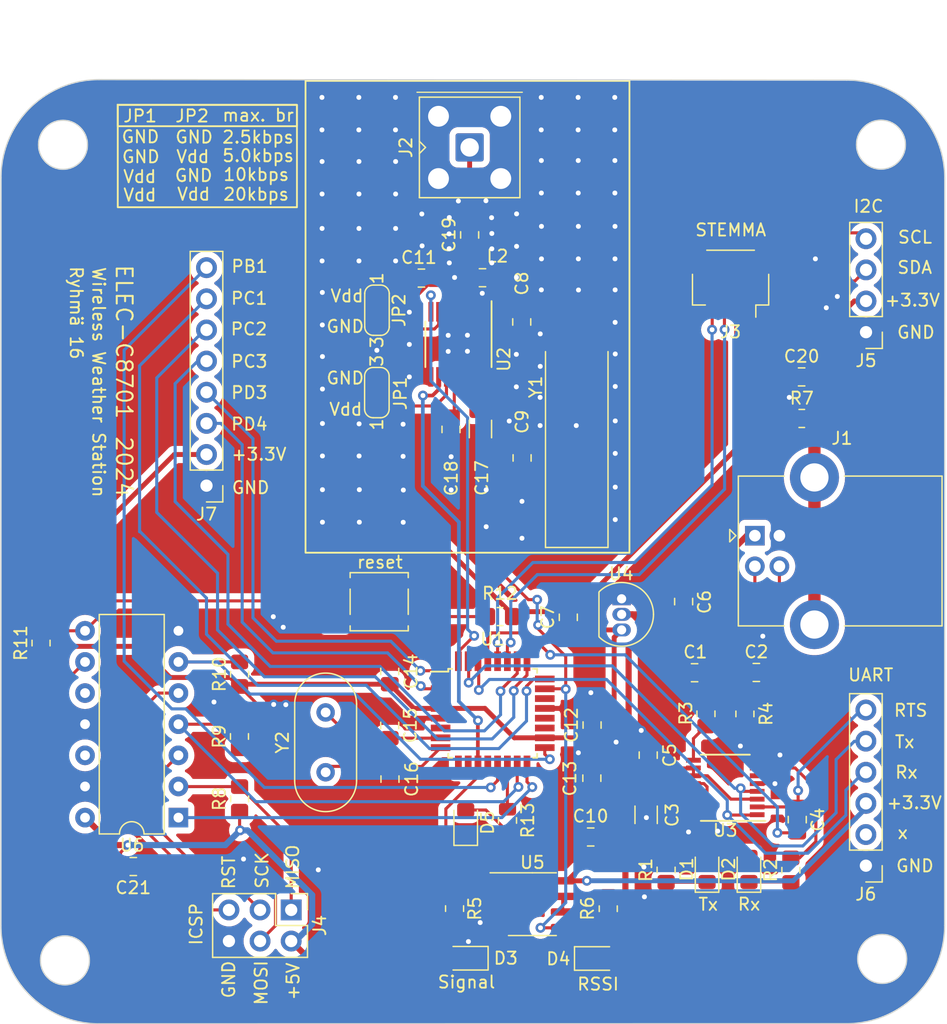
<source format=kicad_pcb>
(kicad_pcb (version 20221018) (generator pcbnew)
  (layers (0 "F.Cu" signal) (31 "B.Cu" signal) (34 "B.Paste" user) (35 "F.Paste" user) (36 "B.SilkS" user "B.Silkscreen") (37 "F.SilkS" user "F.Silkscreen") (38 "B.Mask" user) (39 "F.Mask" user) (44 "Edge.Cuts" user))
  (net 0 "")
  (net 1 "Net-(J1-D-)")
  (net 2 "GND")
  (net 3 "Net-(J1-D+)")
  (net 4 "+5VDc")
  (net 5 "RTS")
  (net 6 "RST")
  (net 7 "Net-(U3-3V3OUT)")
  (net 8 "+3.3VDc")
  (net 9 "Net-(U2-RO1)")
  (net 10 "Net-(U2-RO2)")
  (net 11 "Net-(U1-XTAL1{slash}PB6)")
  (net 12 "Net-(U1-XTAL2{slash}PB7)")
  (net 13 "Net-(U2-CAGC)")
  (net 14 "Net-(U2-CTH)")
  (net 15 "Net-(U2-ANT)")
  (net 16 "Net-(J2-In)")
  (net 17 "Net-(D1-K)")
  (net 18 "Net-(D2-K)")
  (net 19 "Net-(D3-A)")
  (net 20 "Net-(D4-A)")
  (net 21 "Net-(JP1-C)")
  (net 22 "Net-(JP2-C)")
  (net 23 "Net-(U3-CBUS1)")
  (net 24 "Net-(U3-CBUS2)")
  (net 25 "Net-(U3-USBDM)")
  (net 26 "Net-(U3-USBDP)")
  (net 27 "Net-(U5A--)")
  (net 28 "Net-(U5B--)")
  (net 29 "Net-(D5-A)")
  (net 32 "PD4")
  (net 34 "ASK_demodulated")
  (net 35 "PD3")
  (net 36 "PC3")
  (net 37 "SDA")
  (net 41 "RSSI")
  (net 42 "PC2")
  (net 43 "PC1")
  (net 44 "PB1")
  (net 45 "SCL")
  (net 46 "MISO_5V")
  (net 47 "Rx")
  (net 48 "Tx")
  (net 49 "SHDN")
  (net 55 "Net-(J1-Shield)")
  (net 56 "SCK_5V")
  (net 57 "MOSI_5V")
  (net 58 "RST_5V")
  (net 59 "MOSI_3.3V")
  (net 60 "SCK_3.3V")
  (net 61 "MISO_3.3V")
  (net 64 "int_led")
  (footprint "Capacitor_SMD:C_0805_2012Metric_Pad1.18x1.45mm_HandSolder" (layer "F.Cu") (at 177.22 97.4075 90)
    (fp_text reference "C14")
    (fp_text value "100nF")
  )
  (footprint "Connector_PinHeader_2.54mm:PinHeader_2x03_P2.54mm_Vertical" (layer "F.Cu") (at 169.18 116.86 -90)
    (fp_text reference "J4")
    (fp_text value "AVR-ISP-6")
  )
  (footprint "Capacitor_SMD:C_0805_2012Metric_Pad1.18x1.45mm_HandSolder" (layer "F.Cu") (at 198.31 104.2325 90)
    (fp_text reference "C5")
    (fp_text value "100nF")
  )
  (footprint "MountingHole:MountingHole_2.2mm_M2" (layer "F.Cu") (at 217.4 120.86)
    (fp_text reference "H4" hide)
    (fp_text value "MountingHole")
  )
  (footprint "Crystal:Crystal_HC49-U_Vertical" (layer "F.Cu") (at 171.99 105.63 90)
    (fp_text reference "Y2")
    (fp_text value "Crystal 16MHz")
  )
  (footprint "LED_SMD:LED_0805_2012Metric_Pad1.15x1.40mm_HandSolder" (layer "F.Cu") (at 183.3875 120.8 180)
    (fp_text reference "D3")
    (fp_text value "LED")
  )
  (footprint "LED_SMD:LED_0805_2012Metric_Pad1.15x1.40mm_HandSolder" (layer "F.Cu") (at 183.42 109.735 90)
    (fp_text reference "D5")
    (fp_text value "LED")
  )
  (footprint "Resistor_SMD:R_0805_2012Metric_Pad1.20x1.40mm_HandSolder" (layer "F.Cu") (at 186.22 92.93 180)
    (fp_text reference "R12")
    (fp_text value "10k")
  )
  (footprint "Connector_Coaxial:SMA_Amphenol_901-143_Horizontal" (layer "F.Cu") (at 183.74 54.66)
    (fp_text reference "J2")
    (fp_text value "Conn_Coaxial")
  )
  (footprint "Resistor_SMD:R_0805_2012Metric_Pad1.20x1.40mm_HandSolder" (layer "F.Cu") (at 203.02 100.86 -90)
    (fp_text reference "R3")
    (fp_text value "27R")
  )
  (footprint "Package_QFP:TQFP-32_7x7mm_P0.8mm" (layer "F.Cu") (at 185.62 100.82)
    (fp_text reference "U1")
    (fp_text value "ATmega328PB-A")
  )
  (footprint "LED_SMD:LED_0805_2012Metric_Pad1.15x1.40mm_HandSolder" (layer "F.Cu") (at 206.53 113.555 90)
    (fp_text reference "D2")
    (fp_text value "LED")
  )
  (footprint "Capacitor_SMD:C_0805_2012Metric_Pad1.18x1.45mm_HandSolder" (layer "F.Cu") (at 207.1325 97.49)
    (fp_text reference "C2")
    (fp_text value "47pF")
  )
  (footprint "Resistor_SMD:R_0805_2012Metric_Pad1.20x1.40mm_HandSolder" (layer "F.Cu") (at 209.95 113.62 90)
    (fp_text reference "R2")
    (fp_text value "560R")
  )
  (footprint "Resistor_SMD:R_0805_2012Metric_Pad1.20x1.40mm_HandSolder" (layer "F.Cu") (at 148.77 95.09 90)
    (fp_text reference "R11")
    (fp_text value "4k7")
  )
  (footprint "Package_SO:SSOP-16_3.9x4.9mm_P0.635mm" (layer "F.Cu") (at 204.6 106.87 180)
    (fp_text reference "U3")
    (fp_text value "FT230XS")
  )
  (footprint "Capacitor_SMD:C_0805_2012Metric_Pad1.18x1.45mm_HandSolder" (layer "F.Cu") (at 201.2 91.7075 90)
    (fp_text reference "C6")
    (fp_text value "1uF")
  )
  (footprint "Capacitor_SMD:C_0805_2012Metric_Pad1.18x1.45mm_HandSolder" (layer "F.Cu") (at 188.02 79.99 -90)
    (fp_text reference "C9")
    (fp_text value "10pF")
  )
  (footprint "Package_SO:SOIC-8_3.9x4.9mm_P1.27mm" (layer "F.Cu") (at 188.86 116.39)
    (fp_text reference "U5")
    (fp_text value "TL072")
  )
  (footprint "Resistor_SMD:R_0805_2012Metric_Pad1.20x1.40mm_HandSolder" (layer "F.Cu") (at 195.05 116.76 -90)
    (fp_text reference "R6")
    (fp_text value "100r")
  )
  (footprint "Capacitor_SMD:C_0805_2012Metric_Pad1.18x1.45mm_HandSolder" (layer "F.Cu") (at 156.2975 113.32)
    (fp_text reference "C21")
    (fp_text value "100nF")
  )
  (footprint "Capacitor_SMD:C_0805_2012Metric_Pad1.18x1.45mm_HandSolder" (layer "F.Cu") (at 193.71 106.1125 -90)
    (fp_text reference "C13")
    (fp_text value "10uF")
  )
  (footprint "Package_TO_SOT_THT:TO-92_Inline" (layer "F.Cu") (at 196.14 91.48 -90)
    (fp_text reference "U4")
    (fp_text value "MCP1700x-330xxTO")
  )
  (footprint "Capacitor_SMD:C_0805_2012Metric_Pad1.18x1.45mm_HandSolder" (layer "F.Cu") (at 202.0925 97.51 180)
    (fp_text reference "C1")
    (fp_text value "47pF")
  )
  (footprint "Connector_JST:JST_SH_SM04B-SRSS-TB_1x04-1MP_P1.00mm_Horizontal" (layer "F.Cu") (at 205.03 65.73 180)
    (fp_text reference "J3")
    (fp_text value "Conn_01x04_Pin")
  )
  (footprint "Capacitor_SMD:C_0805_2012Metric_Pad1.18x1.45mm_HandSolder" (layer "F.Cu") (at 184.7875 65.29 180)
    (fp_text reference "L2")
    (fp_text value "39nH")
  )
  (footprint "Capacitor_SMD:C_0805_2012Metric_Pad1.18x1.45mm_HandSolder" (layer "F.Cu") (at 183.74 61.7975 90)
    (fp_text reference "C19")
    (fp_text value "1.2pF")
  )
  (footprint "Capacitor_SMD:C_0805_2012Metric_Pad1.18x1.45mm_HandSolder" (layer "F.Cu") (at 177.24 106.1875 90)
    (fp_text reference "C16")
    (fp_text value "22pF")
  )
  (footprint "Resistor_SMD:R_0805_2012Metric_Pad1.20x1.40mm_HandSolder" (layer "F.Cu") (at 206.2 100.87 -90)
    (fp_text reference "R4")
    (fp_text value "27R")
  )
  (footprint "Capacitor_SMD:C_0805_2012Metric_Pad1.18x1.45mm_HandSolder" (layer "F.Cu") (at 182.22 77.6625 90)
    (fp_text reference "C18")
    (fp_text value "100nF")
  )
  (footprint "Crystal:Crystal_SMD_HC49-SD_HandSoldering" (layer "F.Cu") (at 192.48 77.2175 90)
    (fp_text reference "Y1")
    (fp_text value "13.52313MHz")
  )
  (footprint "MountingHole:MountingHole_2.2mm_M2" (layer "F.Cu") (at 150.57 54.45)
    (fp_text reference "H1" hide)
    (fp_text value "MountingHole")
  )
  (footprint "Button_Switch_SMD:SW_SPST_TL3305A" (layer "F.Cu") (at 176.36 91.72)
    (fp_text reference "SW_reset1" hide)
    (fp_text value "SW_Push")
  )
  (footprint "Capacitor_SMD:C_0805_2012Metric_Pad1.18x1.45mm_HandSolder" (layer "F.Cu") (at 193.6175 110.91 180)
    (fp_text reference "C10")
    (fp_text value "100nF")
  )
  (footprint "Capacitor_SMD:C_0805_2012Metric_Pad1.18x1.45mm_HandSolder" (layer "F.Cu") (at 179.8075 65.32 180)
    (fp_text reference "C11")
    (fp_text value "100nF")
  )
  (footprint "Capacitor_SMD:C_1206_3216Metric_Pad1.33x1.80mm_HandSolder" (layer "F.Cu") (at 184.62 77.63 -90)
    (fp_text reference "C17")
    (fp_text value "4.7uF")
  )
  (footprint "Connector_USB:USB_B_Lumberg_2411_02_Horizontal" (layer "F.Cu") (at 207.0125 86.33)
    (fp_text reference "J1")
    (fp_text value "USB_B")
  )
  (footprint "Capacitor_SMD:C_0805_2012Metric_Pad1.18x1.45mm_HandSolder" (layer "F.Cu") (at 177.22 101.81 -90)
    (fp_text reference "C15")
    (fp_text value "22pF")
  )
  (footprint "Package_DIP:DIP-14_W7.62mm" (layer "F.Cu") (at 159.98 109.33 180)
    (fp_text reference "U6")
    (fp_text value "SN74LS07N")
  )
  (footprint "Resistor_SMD:R_0805_2012Metric_Pad1.20x1.40mm_HandSolder" (layer "F.Cu") (at 199.77 113.6 90)
    (fp_text reference "R1")
    (fp_text value "560R")
  )
  (footprint "MountingHole:MountingHole_2.2mm_M2" (layer "F.Cu") (at 217.31 54.44)
    (fp_text reference "H2" hide)
    (fp_text value "MountingHole")
  )
  (footprint "Jumper:SolderJumper-3_P1.3mm_Open_RoundedPad1.0x1.5mm_NumberLabels" (layer "F.Cu") (at 176.18 67.94 -90)
    (fp_text reference "JP2")
    (fp_text value "SolderJumper_3_Open")
  )
  (footprint "Capacitor_SMD:C_0805_2012Metric_Pad1.18x1.45mm_HandSolder" (layer "F.Cu") (at 210.8275 73.38 180)
    (fp_text reference "C20")
    (fp_text value "100nF")
  )
  (footprint "Connector_PinHeader_2.54mm:PinHeader_1x08_P2.54mm_Vertical" (layer "F.Cu") (at 162.27 82.25 180)
    (fp_text reference "J7")
    (fp_text value "Conn_01x08_Pin")
  )
  (footprint "LED_SMD:LED_0805_2012Metric_Pad1.15x1.40mm_HandSolder" (layer "F.Cu") (at 194.155 120.82)
    (fp_text reference "D4")
    (fp_text value "LED")
  )
  (footprint "Connector_PinHeader_2.54mm:PinHeader_1x06_P2.54mm_Vertical" (layer "F.Cu") (at 216.07 113.25 180)
    (fp_text reference "J6")
    (fp_text value "Conn_01x06_Pin")
  )
  (footprint "Capacitor_SMD:C_1206_3216Metric_Pad1.33x1.80mm_HandSolder" (layer "F.Cu") (at 198.14 109.1 -90)
    (fp_text reference "C3")
    (fp_text value "4.7uF")
  )
  (footprint "Capacitor_SMD:C_0805_2012Metric_Pad1.18x1.45mm_HandSolder" (layer "F.Cu") (at 193.73 101.7775 90)
    (fp_text reference "C12")
    (fp_text value "100nF")
  )
  (footprint "Capacitor_SMD:C_0805_2012Metric_Pad1.18x1.45mm_HandSolder" (layer "F.Cu") (at 191.79 92.99 90)
    (fp_text reference "C7")
    (fp_text value "1uF")
  )
  (footprint "Connector_PinHeader_2.54mm:PinHeader_1x04_P2.54mm_Vertical" (layer "F.Cu") (at 216.08 69.73 180)
    (fp_text reference "J5")
    (fp_text value "Conn_01x04_Pin")
  )
  (footprint "Resistor_SMD:R_0805_2012Metric_Pad1.20x1.40mm_HandSolder" (layer "F.Cu") (at 164.97 107.8 90)
    (fp_text reference "R8")
    (fp_text value "4k7")
  )
  (footprint "Capacitor_SMD:C_0805_2012Metric_Pad1.18x1.45mm_HandSolder" (layer "F.Cu") (at 210.47 109.4925 -90)
    (fp_text reference "C4")
    (fp_text value "100nF")
  )
  (footprint "Resistor_SMD:R_0805_2012Metric_Pad1.20x1.40mm_HandSolder" (layer "F.Cu") (at 164.96 102.71 90)
    (fp_text reference "R9")
    (fp_text value "4k7")
  )
  (footprint "Jumper:SolderJumper-3_P1.3mm_Open_RoundedPad1.0x1.5mm_NumberLabels" (layer "F.Cu") (at 176.17 74.66 90)
    (fp_text reference "JP1")
    (fp_text value "SolderJumper_3_Open")
  )
  (footprint "Resistor_SMD:R_0805_2012Metric_Pad1.20x1.40mm_HandSolder" (layer "F.Cu") (at 210.84 76.77)
    (fp_text reference "R7")
    (fp_text value "330r")
  )
  (footprint "Capacitor_SMD:C_0805_2012Metric_Pad1.18x1.45mm_HandSolder" (layer "F.Cu") (at 187.99 68.8975 -90)
    (fp_text reference "C8")
    (fp_text value "10pF")
  )
  (footprint "Package_SO:QSOP-16_3.9x4.9mm_P0.635mm" (layer "F.Cu") (at 182.8025 70.7243 -90)
    (fp_text reference "U2")
    (fp_text value "MICRF220AYQS")
  )
  (footprint "MountingHole:MountingHole_2.2mm_M2" (layer "F.Cu") (at 150.72 120.97)
    (fp_text reference "H3" hide)
    (fp_text value "MountingHole")
  )
  (footprint "Resistor_SMD:R_0805_2012Metric_Pad1.20x1.40mm_HandSolder" (layer "F.Cu") (at 182.51 116.75 -90)
    (fp_text reference "R5")
    (fp_text value "150r")
  )
  (footprint "Resistor_SMD:R_0805_2012Metric_Pad1.20x1.40mm_HandSolder" (layer "F.Cu") (at 164.97 97.63 90)
    (fp_text reference "R10")
    (fp_text value "4k7")
  )
  (footprint "Resistor_SMD:R_0805_2012Metric" (layer "F.Cu") (at 186.83 109.56 -90)
    (fp_text reference "R13")
    (fp_text value "150r")
  )
  (footprint "LED_SMD:LED_0805_2012Metric_Pad1.15x1.40mm_HandSolder" (layer "F.Cu") (at 203.11 113.555 90)
    (fp_text reference "D1")
    (fp_text value "LED")
  )
  (gr_rect (start 155.03 51.19) (end 169.65 52.93) (stroke (width 0.15)) (fill none) (layer "F.SilkS"))
  (gr_rect (start 155.03 51.19) (end 169.65 59.54) (stroke (width 0.15)) (fill none) (layer "F.SilkS"))
  (gr_rect (start 170.35 49.23) (end 196.78 87.72) (stroke (width 0.15)) (fill none) (layer "F.SilkS"))
  (gr_arc locked (start 214.501445 49.169599) (mid 220.159992 51.505013) (end 222.50501 57.159587) (stroke (width 0.1)) (layer "Edge.Cuts"))
  (gr_line locked (start 153.50356 126.144998) (end 214.505418 126.13501) (stroke (width 0.1)) (layer "Edge.Cuts"))
  (gr_line locked (start 145.504584 57.13356) (end 145.499995 118.15501) (stroke (width 0.1)) (layer "Edge.Cuts"))
  (gr_arc locked (start 145.504584 57.13356) (mid 147.839998 51.475013) (end 153.494572 49.129995) (stroke (width 0.1)) (layer "Edge.Cuts"))
  (gr_line locked (start 153.494572 49.129995) (end 214.501445 49.169599) (stroke (width 0.1)) (layer "Edge.Cuts"))
  (gr_line locked (start 222.50501 57.159587) (end 222.495406 118.131445) (stroke (width 0.1)) (layer "Edge.Cuts"))
  (gr_circle (center 150.559995 54.44501) (end 152.559995 54.44501) (stroke (width 0.1)) (fill none) (layer "Edge.Cuts"))
  (gr_arc locked (start 222.495406 118.131445) (mid 220.16 123.79) (end 214.505418 126.13501) (stroke (width 0.1)) (layer "Edge.Cuts"))
  (gr_circle (center 150.719995 120.97501) (end 152.719995 120.97501) (stroke (width 0.1)) (fill none) (layer "Edge.Cuts"))
  (gr_circle (center 217.299995 54.43501) (end 219.299995 54.43501) (stroke (width 0.1)) (fill none) (layer "Edge.Cuts"))
  (gr_arc locked (start 153.50356 126.144997) (mid 147.845011 123.809585) (end 145.499991 118.15501) (stroke (width 0.1)) (layer "Edge.Cuts"))
  (gr_circle (center 217.399995 120.85501) (end 219.399995 120.85501) (stroke (width 0.1)) (fill none) (layer "Edge.Cuts"))
  (gr_text "+3.3V" (at 217.53 67.71) (layer "F.SilkS") (effects (font (size 1 1)) (justify left bottom)))
  (gr_text "5.0kbps" (at 163.48 55.92) (layer "F.SilkS") (effects (font (size 1 1)) (justify left bottom)))
  (gr_text "Vdd" (at 155.39 57.63) (layer "F.SilkS") (effects (font (size 1 1)) (justify left bottom)))
  (gr_text "GND" (at 171.97 69.85) (layer "F.SilkS") (effects (font (size 1 1)) (justify left bottom)))
  (gr_text "Ryhmä 16" (at 151.06 64.27 270) (layer "F.SilkS") (effects (font (size 1 1)) (justify left bottom)))
  (gr_text "RST" (at 164.67 115.26 90) (layer "F.SilkS") (effects (font (size 1 1)) (justify left bottom)))
  (gr_text "reset" (at 174.46 89.08) (layer "F.SilkS") (effects (font (size 1 1)) (justify left bottom)))
  (gr_text "ELEC-C8701" (at 154.78 64.13 270) (layer "F.SilkS") (effects (font (size 1.3 1.3) (thickness 0.1625)) (justify left bottom)))
  (gr_text "2024" (at 154.78 78.13 270) (layer "F.SilkS") (effects (font (size 1.3 1.3) (thickness 0.1625)) (justify left bottom)))
  (gr_text "PD3" (at 164.19 75.25) (layer "F.SilkS") (effects (font (size 1 1)) (justify left bottom)))
  (gr_text "10kbps" (at 163.56 57.46) (layer "F.SilkS") (effects (font (size 1 1)) (justify left bottom)))
  (gr_text "Signal" (at 181.05 123.33) (layer "F.SilkS") (effects (font (size 1 1)) (justify left bottom)))
  (gr_text "GND" (at 155.29 56.01) (layer "F.SilkS") (effects (font (size 1 1)) (justify left bottom)))
  (gr_text "RTS" (at 218.27 101.17) (layer "F.SilkS") (effects (font (size 1 1)) (justify left bottom)))
  (gr_text "20kbps" (at 163.55 59.07) (layer "F.SilkS") (effects (font (size 1 1)) (justify left bottom)))
  (gr_text "PD4" (at 164.19 77.82) (layer "F.SilkS") (effects (font (size 1 1)) (justify left bottom)))
  (gr_text "Tx" (at 202.32 116.99) (layer "F.SilkS") (effects (font (size 1 1)) (justify left bottom)))
  (gr_text "GND" (at 164.25 83) (layer "F.SilkS") (effects (font (size 1 1)) (justify left bottom)))
  (gr_text "Vdd" (at 172.2 76.61) (layer "F.SilkS") (effects (font (size 1 1)) (justify left bottom)))
  (gr_text "STEMMA" (at 202.06 61.98) (layer "F.SilkS") (effects (font (size 1 1)) (justify left bottom)))
  (gr_text "Rx" (at 218.37 106.22) (layer "F.SilkS") (effects (font (size 1 1)) (justify left bottom)))
  (gr_text "Vdd\n" (at 159.79 59.06) (layer "F.SilkS") (effects (font (size 1 1)) (justify left bottom)))
  (gr_text "PB1" (at 164.21 64.95) (layer "F.SilkS") (effects (font (size 1 1)) (justify left bottom)))
  (gr_text "JP2\n" (at 159.64 52.68) (layer "F.SilkS") (effects (font (size 1 1)) (justify left bottom)))
  (gr_text "max. br" (at 163.48 52.62) (layer "F.SilkS") (effects (font (size 1 1)) (justify left bottom)))
  (gr_text "GND" (at 171.97 74.06) (layer "F.SilkS") (effects (font (size 1 1)) (justify left bottom)))
  (gr_text "UART" (at 214.53 98.28) (layer "F.SilkS") (effects (font (size 1 1)) (justify left bottom)))
  (gr_text "PC2" (at 164.16 70.06) (layer "F.SilkS") (effects (font (size 1 1)) (justify left bottom)))
  (gr_text "PC3\n" (at 164.19 72.71) (layer "F.SilkS") (effects (font (size 1 1)) (justify left bottom)))
  (gr_text "JP1" (at 155.4 52.68) (layer "F.SilkS") (effects (font (size 1 1)) (justify left bottom)))
  (gr_text "Rx" (at 205.53 116.98) (layer "F.SilkS") (effects (font (size 1 1)) (justify left bottom)))
  (gr_text "Vdd" (at 155.4 59.13) (layer "F.SilkS") (effects (font (size 1 1)) (justify left bottom)))
  (gr_text "ICSP" (at 162.01 119.83 90) (layer "F.SilkS") (effects (font (size 1 1)) (justify left bottom)))
  (gr_text "GND" (at 218.53 70.33) (layer "F.SilkS") (effects (font (size 1 1)) (justify left bottom)))
  (gr_text "Vdd\n" (at 159.72 56) (layer "F.SilkS") (effects (font (size 1 1)) (justify left bottom)))
  (gr_text "SCL" (at 218.6 62.57) (layer "F.SilkS") (effects (font (size 1 1)) (justify left bottom)))
  (gr_text "Vdd" (at 172.3 67.36) (layer "F.SilkS") (effects (font (size 1 1)) (justify left bottom)))
  (gr_text "Wireless Weather Station" (at 152.89 64.33 -90) (layer "F.SilkS") (effects (font (size 1 1)) (justify left bottom)))
  (gr_text "GND" (at 218.45 113.85) (layer "F.SilkS") (effects (font (size 1 1)) (justify left bottom)))
  (gr_text "GND" (at 155.26 54.38) (layer "F.SilkS") (effects (font (size 1 1)) (justify left bottom)))
  (gr_text "x" (at 218.57 111.15) (layer "F.SilkS") (effects (font (size 1 1)) (justify left bottom)))
  (gr_text "SDA" (at 218.55 65.04) (layer "F.SilkS") (effects (font (size 1 1)) (justify left bottom)))
  (gr_text "+3.3V" (at 164.21 80.28) (layer "F.SilkS") (effects (font (size 1 1)) (justify left bottom)))
  (gr_text "PC1" (at 164.18 67.56) (layer "F.SilkS") (effects (font (size 1 1)) (justify left bottom)))
  (gr_text "MOSI" (at 167.32 124.71 90) (layer "F.SilkS") (effects (font (size 1 1)) (justify left bottom)))
  (gr_text "MISO" (at 169.89 115.26 90) (layer "F.SilkS") (effects (font (size 1 1)) (justify left bottom)))
  (gr_text "+3.3V" (at 217.68 108.71) (layer "F.SilkS") (effects (font (size 1 1)) (justify left bottom)))
  (gr_text "2.5kbps" (at 163.47 54.41) (layer "F.SilkS") (effects (font (size 1 1)) (justify left bottom)))
  (gr_text "Tx" (at 218.35 103.74) (layer "F.SilkS") (effects (font (size 1 1)) (justify left bottom)))
  (gr_text "GND\n" (at 159.6 57.54) (layer "F.SilkS") (effects (font (size 1 1)) (justify left bottom)))
  (gr_text "SCK" (at 167.39 115.21 90) (layer "F.SilkS") (effects (font (size 1 1)) (justify left bottom)))
  (gr_text "I2C" (at 214.97 60.05) (layer "F.SilkS") (effects (font (size 1 1)) (justify left bottom)))
  (gr_text "GND" (at 164.67 124.16 90) (layer "F.SilkS") (effects (font (size 1 1)) (justify left bottom)))
  (gr_text "+5V\n" (at 169.92 124.31 90) (layer "F.SilkS") (effects (font (size 1 1)) (justify left bottom)))
  (gr_text "GND" (at 159.64 54.4) (layer "F.SilkS") (effects (font (size 1 1)) (justify left bottom)))
  (gr_text "RSSI" (at 192.43 123.5) (layer "F.SilkS") (effects (font (size 1 1)) (justify left bottom)))
  (segment (start 203.13 97.51) (end 203.13 99.75) (width 0.25) (layer "F.Cu") (net 1))
  (segment (start 207.0125 93.6275) (end 203.13 97.51) (width 0.25) (layer "F.Cu") (net 1))
  (segment (start 203.13 99.75) (end 203.02 99.86) (width 0.25) (layer "F.Cu") (net 1))
  (segment (start 207.0125 88.83) (end 207.0125 93.6275) (width 0.25) (layer "F.Cu") (net 1))
  (segment (start 184.39 66.94) (end 184.77 66.56) (width 0.25) (layer "F.Cu") (net 2))
  (segment (start 181.37 101.22) (end 177.6675 101.22) (width 0.4) (layer "F.Cu") (net 2))
  (segment (start 177.6675 101.22) (end 177.22 100.7725) (width 0.4) (layer "F.Cu") (net 2))
  (segment (start 193.41 100.42) (end 193.73 100.74) (width 0.4) (layer "F.Cu") (net 2))
  (segment (start 208.6425 106.5525) (end 208.65 106.56) (width 0.25) (layer "F.Cu") (net 2))
  (segment (start 200.3726 107.1875) (end 198.2301 109.33) (width 0.25) (layer "F.Cu") (net 2))
  (segment (start 207.2 106.5525) (end 208.6425 106.5525) (width 0.25) (layer "F.Cu") (net 2))
  (segment (start 183.12 69.12) (end 182.25 69.99) (width 0.25) (layer "F.Cu") (net 2))
  (segment (start 183.12 68.07) (end 183.12 69.54) (width 0.25) (layer "F.Cu") (net 2))
  (segment (start 184.39 68.07) (end 184.39 66.94) (width 0.25) (layer "F.Cu") (net 2))
  (segment (start 198.2301 109.33) (end 198.16 109.33) (width 0.25) (layer "F.Cu") (net 2))
  (segment (start 182.25 69.99) (end 181.99 69.99) (width 0.25) (layer "F.Cu") (net 2))
  (segment (start 189.87 100.42) (end 193.41 100.42) (width 0.4) (layer "F.Cu") (net 2))
  (segment (start 183.12 68.07) (end 183.12 69.12) (width 0.25) (layer "F.Cu") (net 2))
  (segment (start 202 107.1875) (end 200.3726 107.1875) (width 0.25) (layer "F.Cu") (net 2))
  (segment (start 183.12 69.54) (end 183.56 69.98) (width 0.25) (layer "F.Cu") (net 2))
  (via (at 167.72 92.94) (size 0.8) (drill 0.4) (layers "F.Cu" "B.Cu") (net 2))
  (via (at 192.61 61.1) (size 0.8) (drill 0.4) (layers "F.Cu" "B.Cu") (net 2))
  (via (at 195.62 82.37) (size 0.8) (drill 0.4) (layers "F.Cu" "B.Cu") (net 2))
  (via (at 192.61 63.75) (size 0.8) (drill 0.4) (layers "F.Cu" "B.Cu") (net 2))
  (via (at 189.49 75.05) (size 0.8) (drill 0.4) (layers "F.Cu" "B.Cu") (net 2))
  (via (at 195.6 63.75) (size 0.8) (drill 0.4) (layers "F.Cu" "B.Cu") (net 2))
  (via (at 178.82 68.1) (size 0.8) (drill 0.4) (layers "F.Cu" "B.Cu") (net 2))
  (via (at 195.6 61.1) (size 0.8) (drill 0.4) (layers "F.Cu" "B.Cu") (net 2))
  (via (at 198 115.79) (size 0.8) (drill 0.4) (layers "F.Cu" "B.Cu") (net 2))
  (via (at 185.07 59.01) (size 0.8) (drill 0.4) (layers "F.Cu" "B.Cu") (net 2))
  (via (at 185.55 61.68) (size 0.8) (drill 0.4) (layers "F.Cu" "B.Cu") (net 2))
  (via (at 185.09 85.6) (size 0.8) (drill 0.4) (layers "F.Cu" "B.Cu") (net 2))
  (via (at 171.69 50.58) (size 0.8) (drill 0.4) (layers "F.Cu" "B.Cu") (net 2))
  (via (at 192.6 58.38) (size 0.8) (drill 0.4) (layers "F.Cu" "B.Cu") (net 2))
  (via (at 187.55 74.19) (size 0.8) (drill 0.4) (layers "F.Cu" "B.Cu") (net 2))
  (via (at 195.62 74.16) (size 0.8) (drill 0.4) (layers "F.Cu" "B.Cu") (net 2))
  (via (at 171.69 53.23) (size 0.8) (drill 0.4) (layers "F.Cu" "B.Cu") (net 2))
  (via (at 195.62 71.51) (size 0.8) (drill 0.4) (layers "F.Cu" "B.Cu") (net 2))
  (via (at 178.32 85.24) (size 0.8) (drill 0.4) (layers "F.Cu" "B.Cu") (net 2))
  (via (at 177.7 61.27) (size 0.8) (drill 0.4) (layers "F.Cu" "B.Cu") (net 2))
  (via (at 195.59 58.38) (size 0.8) (drill 0.4) (layers "F.Cu" "B.Cu") (net 2))
  (via (at 197.74 102.22) (size 0.8) (drill 0.4) (layers "F.Cu" "B.Cu") (net 2))
  (via (at 171.73 85.23) (size 0.8) (drill 0.4) (layers "F.Cu" "B.Cu") (net 2))
  (via (at 174.72 79.83) (size 0.8) (drill 0.4) (layers "F.Cu" "B.Cu") (net 2))
  (via (at 189.59 55.73) (size 0.8) (drill 0.4) (layers "F.Cu" "B.Cu") (net 2))
  (via (at 171.72 66.49) (size 0.8) (drill 0.4) (layers "F.Cu" "B.Cu") (net 2))
  (via (at 168.74 100.12) (size 0.8) (drill 0.4) (layers "F.Cu" "B.Cu") (net 2))
  (via (at 188.01 83.53) (size 0.8) (drill 0.4) (layers "F.Cu" "B.Cu") (net 2))
  (via (at 195.58 53.23) (size 0.8) (drill 0.4) (layers "F.Cu" "B.Cu") (net 2))
  (via (at 182.08 64.08) (size 0.8) (drill 0.4) (layers "F.Cu" "B.Cu") (net 2))
  (via (at 211.95 63.75) (size 0.8) (drill 0.4) (layers "F.Cu" "B.Cu") (net 2))
  (via (at 171.73 77.18) (size 0.8) (drill 0.4) (layers "F.Cu" "B.Cu") (net 2))
  (via (at 171.7 58.46) (size 0.8) (drill 0.4) (layers "F.Cu" "B.Cu") (net 2))
  (via (at 178.82 70.73) (size 0.8) (drill 0.4) (layers "F.Cu" "B.Cu") (net 2))
  (via (at 176.17 71.21) (size 0.8) (drill 0.4) (layers "F.Cu" "B.Cu") (net 2))
  (via (at 177.7 55.81) (size 0.8) (drill 0.4) (layers "F.Cu" "B.Cu") (net 2))
  (via (at 192.44 77.35) (size 0.8) (drill 0.4) (layers "F.Cu" "B.Cu") (net 2))
  (via (at 185.09 82.59) (size 0.8) (drill 0.4) (layers "F.Cu" "B.Cu") (net 2))
  (via (at 178.31 79.86) (size 0.8) (drill 0.4) (layers "F.Cu" "B.Cu") (net 2))
  (via (at 193.63 99.14) (size 0.8) (drill 0.4) (layers "F.Cu" "B.Cu") (net 2))
  (via (at 187.55 71.54) (size 0.8) (drill 0.4) (layers "F.Cu" "B.Cu") (net 2))
  (via (at 209.06 104.22) (size 0.8) (drill 0.4) (layers "F.Cu" "B.Cu") (net 2))
  (via (at 171.72 69.14) (size 0.8) (drill 0.4) (layers "F.Cu" "B.Cu") (net 2))
  (via (at 197.96 113.36) (size 0.8) (drill 0.4) (layers "F.Cu" "B.Cu") (net 2))
  (via (at 195.69 103.17) (size 0.8) (drill 0.4) (layers "F.Cu" "B.Cu") (net 2))
  (via (at 189.5 69.87) (size 0.8) (drill 0.4) (layers "F.Cu" "B.Cu") (net 2))
  (via (at 174.74 82.58) (size 0.8) (drill 0.4) (layers "F.Cu" "B.Cu") (net 2))
  (via (at 205.83 103.49) (size 0.8) (drill 0.4) (layers "F.Cu" "B.Cu") (net 2))
  (via (at 188.01 86.54) (size 0.8) (drill 0.4) (layers "F.Cu" "B.Cu") (net 2))
  (via (at 182.06 61.71) (size 0.8) (drill 0.4) (layers "F.Cu" "B.Cu") (net 2))
  (via (at 189.59 58.38) (size 0.8) (drill 0.4) (layers "F.Cu" "B.Cu") (net 2))
  (via (at 179.84 60.09) (size 0.8) (drill 0.4) (layers "F.Cu" "B.Cu") (net 2))
  (via (at 189.6 63.75) (size 0.8) (drill 0.4) (layers "F.Cu" "B.Cu") (net 2))
  (via (at 178.82 73.38) (size 0.8) (drill 0.4) (layers "F.Cu" "B.Cu") (net 2))
  (via (at 174.71 61.27) (size 0.8) (drill 0.4) (layers "F.Cu" "B.Cu") (net 2))
  (via (at 203.98 110.43) (size 0.8) (drill 0.4) (layers "F.Cu" "B.Cu") (net 2))
  (via (at 179.86 62.69) (size 0.8) (drill 0.4) (layers "F.Cu" "B.Cu") (net 2))
  (via (at 187.56 65.26) (size 0.8) (drill 0.4) (layers "F.Cu" "B.Cu") (net 2))
  (via (at 212.84 67.74) (size 0.8) (drill 0.4) (layers "F.Cu" "B.Cu") (net 2))
  (via (at 185.55 64.08) (size 0.8) (drill 0.4) (layers "F.Cu" "B.Cu") (net 2))
  (via (at 162.88 99.9) (size 0.8) (drill 0.4) (layers "F.Cu" "B.Cu") (net 2))
  (via (at 182.82 59.03) (size 0.8) (drill 0.4) (layers "F.Cu" "B.Cu") (net 2))
  (via (at 171.7 63.92) (size 0.8) (drill 0.4) (layers "F.Cu" "B.Cu") (net 2))
  (via (at 207.66 94.53) (size 0.8) (drill 0.4) (layers "F.Cu" "B.Cu") (net 2))
  (via (at 184.77 66.56) (size 0.8) (drill 0.4) (layers "F.Cu" "B.Cu") (net 2))
  (via (at 178.31 77.24) (size 0.8) (drill 0.4) (layers "F.Cu" "B.Cu") (net 2))
  (via (at 174.74 85.23) (size 0.8) (drill 0.4) (layers "F.Cu" "B.Cu") (net 2))
  (via (at 187.57 62.73) (size 0.8) (drill 0.4) (layers "F.Cu" "B.Cu") (net 2))
  (via (at 183.56 71.29) (size 0.8) (drill 0.4) (layers "F.Cu" "B.Cu") (net 2))
  (via (at 177.69 50.58) (size 0.8) (drill 0.4) (layers "F.Cu" "B.Cu") (net 2))
  (via (at 195.59 55.73) (size 0.8) (drill 0.4) (layers "F.Cu" "B.Cu") (net 2))
  (via (at 171.73 79.83) (size 0.8) (drill 0.4) (layers "F.Cu" "B.Cu") (net 2))
  (via (at 195.58 50.58) (size 0.8) (drill 0.4) (layers "F.Cu" "B.Cu") (net 2))
  (via (at 171.7 61.27) (size 0.8) (drill 0.4) (layers "F.Cu" "B.Cu") (net 2))
  (via (at 174.7 50.58) (size 0.8) (drill 0.4) (layers "F.Cu" "B.Cu") (net 2))
  (via (at 201.6 110.5) (size 0.8) (drill 0.4) (layers "F.Cu" "B.Cu") (net 2))
  (via (at 177.7 58.46) (size 0.8) (drill 0.4) (layers "F.Cu" "B.Cu") (net 2))
  (via (at 187.57 60.08) (size 0.8) (drill 0.4) (layers "F.Cu" "B.Cu") (net 2))
  (via (at 195.61 66.28) (size 0.8) (drill 0.4) (layers "F.Cu" "B.Cu") (net 2))
  (via (at 192.59 50.58) (size 0.8) (drill 0.4) (layers "F.Cu" "B.Cu") (net 2))
  (via (at 195.61 68.93) (size 0.8) (drill 0.4) (layers "F.Cu" "B.Cu") (net 2))
  (via (at 195.62 85.02) (size 0.8) (drill 0.4) (layers "F.Cu" "B.Cu") (net 2))
  (via (at 174.7 53.23) (size 0.8) (drill 0.4) (layers "F.Cu" "B.Cu") (net 2))
  (via (at 192.61 104.04) (size 0.8) (drill 0.4) (layers "F.Cu" "B.Cu") (net 2))
  (via (at 183.64 119.44) (size 0.8) (drill 0.4) (layers "F.Cu" "B.Cu") (net 2))
  (via (at 189.5 72.52) (size 0.8) (drill 0.4) (layers "F.Cu" "B.Cu") (net 2))
  (via (at 182.07 62.92) (size 0.8) (drill 0.4) (layers "F.Cu" "B.Cu") (net 2))
  (via (at 171.39 113.59) (size 0.8) (drill 0.4) (layers "F.Cu" "B.Cu") (net 2))
  (via (at 184.6 117.89) (size 0.8) (drill 0.4) (layers "F.Cu" "B.Cu") (net 2))
  (via (at 178.33 82.61) (size 0.8) (drill 0.4) (layers "F.Cu" "B.Cu") (net 2))
  (via (at 208.65 106.56) (size 0.8) (drill 0.4) (layers "F.Cu" "B.Cu") (net 2))
  (via (at 182.51 65.27) (size 0.8) (drill 0.4) (layers "F.Cu" "B.Cu") (net 2))
  (via (at 189.49 77.35) (size 0.8) (drill 0.4) (layers "F.Cu" "B.Cu") (net 2))
  (via (at 171.73 74.37) (size 0.8) (drill 0.4) (layers "F.Cu" "B.Cu") (net 2))
  (via (at 195.62 76.97) (size 0.8) (drill 0.4) (layers "F.Cu" "B.Cu") (net 2))
  (via (at 174.71 58.46) (size 0.8) (drill 0.4) (layers "F.Cu" "B.Cu") (net 2))
  (via (at 174.71 63.92) (size 0.8) (drill 0.4) (layers "F.Cu" "B.Cu") (net 2))
  (via (at 182.08 60.38) (size 0.8) (drill 0.4) (layers "F.Cu" "B.Cu") (net 2))
  (via (at 185.55 62.93) (size 0.8) (drill 0.4) (layers "F.Cu" "B.Cu") (net 2))
  (via (at 189.58 50.58) (size 0.8) (drill 0.4) (layers "F.Cu" "B.Cu") (net 2))
  (via (at 192.59 53.23) (size 0.8) (drill 0.4) (layers "F.Cu" "B.Cu") (net 2))
  (via (at 182.23 82.6) (size 0.8) (drill 0.4) (layers "F.Cu" "B.Cu") (net 2))
  (via (at 195.62 79.62) (size 0.8) (drill 0.4) (layers "F.Cu" "B.Cu") (net 2))
  (via (at 189.59 66.28) (size 0.8) (drill 0.4) (layers "F.Cu" "B.Cu") (net 2))
  (via (at 181.99 71.3) (size 0.8) (drill 0.4) (layers "F.Cu" "B.Cu") (net 2))
  (via (at 167.75 100.1) (size 0.8) (drill 0.4) (layers "F.Cu" "B.Cu") (net 2))
  (via (at 192.62 66.29) (size 0.8) (drill 0.4) (layers "F.Cu" "B.Cu") (net 2))
  (via (at 174.72 77.21) (size 0.8) (drill 0.4) (layers "F.Cu" "B.Cu") (net 2))
  (via (at 189.6 61.1) (size 0.8) (drill 0.4) (layers "F.Cu" "B.Cu") (net 2))
  (via (at 165.29 112.71) (size 0.8) (drill 0.4) (layers "F.Cu" "B.Cu") (net 2))
  (via (at 209.82 75.05) (size 0.8) (drill 0.4) (layers "F.Cu" "B.Cu") (net 2))
  (via (at 183.56 69.98) (size 0.8) (drill 0.4) (layers "F.Cu" "B.Cu") (net 2))
  (via (at 192.6 55.73) (size 0.8) (drill 0.4) (layers "F.Cu" "B.Cu") (net 2))
  (via (at 171.7 55.81) (size 0.8) (drill 0.4) (layers "F.Cu" "B.Cu") (net 2))
  (via (at 177.69 53.23) (size 0.8) (drill 0.4) (layers "F.Cu" "B.Cu") (net 2))
  (via (at 171.73 71.72) (size 0.8) (drill 0.4) (layers "F.Cu" "B.Cu") (net 2))
  (via (at 171.73 82.58) (size 0.8) (drill 0.4) (layers "F.Cu" "B.Cu") (net 2))
  (via (at 189.58 53.23) (size 0.8) (drill 0.4) (layers "F.Cu" "B.Cu") (net 2))
  (via (at 182.23 79.89) (size 0.8) (drill 0.4) (layers "F.Cu" "B.Cu") (net 2))
  (via (at 168.53 93.8) (size 0.8) (drill 0.4) (layers "F.Cu" "B.Cu") (net 2))
  (via (at 198.16 109.33) (size 0.8) (drill 0.4) (layers "F.Cu" "B.Cu") (net 2))
  (via (at 181.99 69.99) (size 0.8) (drill 0.4) (layers "F.Cu" "B.Cu") (net 2))
  (via (at 213.74 66.82) (size 0.8) (drill 0.4) (layers "F.Cu" "B.Cu") (net 2))
  (via (at 185.53 60.39) (size 0.8) (drill 0.4) (layers "F.Cu" "B.Cu") (net 2))
  (via (at 177.7 63.92) (size 0.8) (drill 0.4) (layers "F.Cu" "B.Cu") (net 2))
  (via (at 186.97 76.98) (size 0.8) (drill 0.4) (layers "F.Cu" "B.Cu") (net 2))
  (via (at 174.71 55.81) (size 0.8) (drill 0.4) (layers "F.Cu" "B.Cu") (net 2))
  (segment (start 206.095 99.765) (end 206.2 99.87) (width 0.25) (layer "F.Cu") (net 3))
  (segment (start 209.0125 88.83) (end 209.0125 94.5725) (width 0.25) (layer "F.Cu") (net 3))
  (segment (start 209.0125 94.5725) (end 206.095 97.49) (width 0.25) (layer "F.Cu") (net 3))
  (segment (start 206.095 97.49) (end 206.095 99.765) (width 0.25) (layer "F.Cu") (net 3))
  (segment (start 164.97 108.8) (end 164.97 110.33) (width 0.25) (layer "F.Cu") (net 4))
  (segment (start 197.2725 107.5375) (end 198.14 107.5375) (width 0.5) (layer "F.Cu") (net 4))
  (segment (start 201.195 92.75) (end 201.2 92.745) (width 0.25) (layer "F.Cu") (net 4))
  (segment (start 197.7 93.41) (end 197.7 94.54) (width 0.5) (layer "F.Cu") (net 4))
  (segment (start 199.125 106.5525) (end 202 106.5525) (width 0.3) (layer "F.Cu") (net 4))
  (segment (start 197 92.75) (end 196.14 92.75) (width 0.25) (layer "F.Cu") (net 4))
  (segment (start 164.97 110.33) (end 165.01 110.37) (width 0.25) (layer "F.Cu") (net 4))
  (segment (start 196.45 122.39) (end 196.45 108.36) (width 0.5) (layer "F.Cu") (net 4))
  (segment (start 197.04 92.75) (end 197.7 93.41) (width 0.5) (layer "F.Cu") (net 4))
  (segment (start 198.14 107.5375) (end 199.125 106.5525) (width 0.3) (layer "F.Cu") (net 4))
  (segment (start 201.2 92.745) (end 203.225 92.745) (width 0.5) (layer "F.Cu") (net 4))
  (segment (start 196.71 106.1075) (end 198.14 107.5375) (width 0.5) (layer "F.Cu") (net 4))
  (segment (start 155.26 112.17) (end 155.26 113.32) (width 0.25) (layer "F.Cu") (net 4))
  (segment (start 196.14 92.75) (end 201.195 92.75) (width 0.5) (layer "F.Cu") (net 4))
  (segment (start 197.7 94.54) (end 196.71 95.53) (width 0.5) (layer "F.Cu") (net 4))
  (segment (start 173.34 123.56) (end 195.28 123.56) (width 0.5) (layer "F.Cu") (net 4))
  (segment (start 203.11 106.8125) (end 203.11 112.53) (width 0.25) (layer "F.Cu") (net 4))
  (segment (start 169.18 119.4) (end 173.34 123.56) (width 0.5) (layer "F.Cu") (net 4))
  (segment (start 204.81 87.88) (end 206.36 86.33) (width 0.5) (layer "F.Cu") (net 4))
  (segment (start 206.36 86.33) (end 207.0125 86.33) (width 0.5) (layer "F.Cu") (net 4))
  (segment (start 202 106.5525) (end 202.85 106.5525) (width 0.25) (layer "F.Cu") (net 4))
  (segment (start 196.14 92.75) (end 197.04 92.75) (width 0.5) (layer "F.Cu") (net 4))
  (segment (start 152.36 109.33) (end 154.6 111.57) (width 0.5) (layer "F.Cu") (net 4))
  (segment (start 196.71 95.53) (end 196.71 106.1075) (width 0.5) (layer "F.Cu") (net 4))
  (segment (start 203.11 112.53) (end 206.53 112.53) (width 0.25) (layer "F.Cu") (net 4))
  (segment (start 155.86 111.57) (end 155.26 112.17) (width 0.25) (layer "F.Cu") (net 4))
  (segment (start 204.81 91.16) (end 204.81 87.88) (width 0.5) (layer "F.Cu") (net 4))
  (segment (start 154.6 111.57) (end 155.86 111.57) (width 0.5) (layer "F.Cu") (net 4))
  (segment (start 203.225 92.745) (end 204.81 91.16) (width 0.5) (layer "F.Cu") (net 4))
  (segment (start 202.85 106.5525) (end 203.11 106.8125) (width 0.25) (layer "F.Cu") (net 4))
  (segment (start 195.28 123.56) (end 196.45 122.39) (width 0.5) (layer "F.Cu") (net 4))
  (segment (start 196.45 108.36) (end 197.2725 107.5375) (width 0.5) (layer "F.Cu") (net 4))
  (via (at 155.86 111.57) (size 0.8) (drill 0.4) (layers "F.Cu" "B.Cu") (net 4))
  (via (at 165.01 110.37) (size 0.8) (drill 0.4) (layers "F.Cu" "B.Cu") (net 4))
  (segment (start 155.86 111.57) (end 163.81 111.57) (width 0.5) (layer "B.Cu") (net 4))
  (segment (start 165.62 110.37) (end 170.89 115.64) (width 0.5) (layer "B.Cu") (net 4))
  (segment (start 169.52 119.4) (end 169.18 119.4) (width 0.25) (layer "B.Cu") (net 4))
  (segment (start 170.89 118.03) (end 169.52 119.4) (width 0.5) (layer "B.Cu") (net 4))
  (segment (start 170.89 115.64) (end 170.89 118.03) (width 0.5) (layer "B.Cu") (net 4))
  (segment (start 163.81 111.57) (end 165.01 110.37) (width 0.5) (layer "B.Cu") (net 4))
  (segment (start 165.01 110.37) (end 165.62 110.37) (width 0.5) (layer "B.Cu") (net 4))
  (segment (start 210.4675 108.4575) (end 210.47 108.455) (width 0.25) (layer "F.Cu") (net 5))
  (segment (start 210.54 108.385) (end 210.47 108.455) (width 0.25) (layer "F.Cu") (net 5))
  (segment (start 207.2 108.4575) (end 210.4675 108.4575) (width 0.25) (layer "F.Cu") (net 5))
  (segment (start 210.54 107.12) (end 210.54 108.385) (width 0.25) (layer "F.Cu") (net 5))
  (via (at 210.54 107.12) (size 0.8) (drill 0.4) (layers "F.Cu" "B.Cu") (net 5))
  (segment (start 210.54 107.12) (end 210.54 105.68) (width 0.25) (layer "B.Cu") (net 5))
  (segment (start 210.54 105.68) (end 215.67 100.55) (width 0.25) (layer "B.Cu") (net 5))
  (segment (start 215.67 100.55) (end 216.19 100.55) (width 0.25) (layer "B.Cu") (net 5))
  (segment (start 185.55 94.26) (end 185.22 94.59) (width 0.25) (layer "F.Cu") (net 6))
  (segment (start 188.53 94.26) (end 185.55 94.26) (width 0.25) (layer "F.Cu") (net 6))
  (segment (start 154.8 91.65) (end 168.14 91.65) (width 0.25) (layer "F.Cu") (net 6))
  (segment (start 168.14 91.65) (end 169.71 93.22) (width 0.25) (layer "F.Cu") (net 6))
  (segment (start 185.22 95.09) (end 185.22 96.57) (width 0.25) (layer "F.Cu") (net 6))
  (segment (start 185.22 92.93) (end 180.25 92.93) (width 0.25) (layer "F.Cu") (net 6))
  (segment (start 148.77 94.09) (end 152.36 94.09) (width 0.25) (layer "F.Cu") (net 6))
  (segment (start 210.43 110.57) (end 210.47 110.53) (width 0.25) (layer "F.Cu") (net 6))
  (segment (start 169.71 93.22) (end 172.76 93.22) (width 0.25) (layer "F.Cu") (net 6))
  (segment (start 180.25 92.93) (end 179.96 93.22) (width 0.25) (layer "F.Cu") (net 6))
  (segment (start 172.76 93.22) (end 179.96 93.22) (width 0.25) (layer "F.Cu") (net 6))
  (segment (start 185.22 92.93) (end 185.22 95.09) (width 0.25) (layer "F.Cu") (net 6))
  (segment (start 152.36 94.09) (end 154.8 91.65) (width 0.25) (layer "F.Cu") (net 6))
  (segment (start 185.22 94.59) (end 185.22 95.09) (width 0.25) (layer "F.Cu") (net 6))
  (segment (start 190.32 96.05) (end 188.53 94.26) (width 0.25) (layer "F.Cu") (net 6))
  (segment (start 208.85 110.57) (end 210.43 110.57) (width 0.25) (layer "F.Cu") (net 6))
  (via (at 208.85 110.57) (size 0.8) (drill 0.4) (layers "F.Cu" "B.Cu") (net 6))
  (via (at 190.32 96.05) (size 0.8) (drill 0.4) (layers "F.Cu" "B.Cu") (net 6))
  (segment (start 190.32 96.05) (end 196.42 96.05) (width 0.25) (layer "B.Cu") (net 6))
  (segment (start 196.42 96.05) (end 208.85 108.48) (width 0.25) (layer "B.Cu") (net 6))
  (segment (start 208.85 108.48) (end 208.85 110.57) (width 0.25) (layer "B.Cu") (net 6))
  (segment (start 198.3225 105.2825) (end 198.31 105.27) (width 0.25) (layer "F.Cu") (net 7))
  (segment (start 207.2 107.8225) (end 205.0525 107.8225) (width 0.25) (layer "F.Cu") (net 7))
  (segment (start 202 105.9175) (end 202 105.2825) (width 0.25) (layer "F.Cu") (net 7))
  (segment (start 203.1475 105.9175) (end 202 105.9175) (width 0.25) (layer "F.Cu") (net 7))
  (segment (start 205.0525 107.8225) (end 203.1475 105.9175) (width 0.25) (layer "F.Cu") (net 7))
  (segment (start 202 105.2825) (end 198.3225 105.2825) (width 0.25) (layer "F.Cu") (net 7))
  (segment (start 166.52 102.15) (end 164.96 103.71) (width 0.25) (layer "F.Cu") (net 8))
  (segment (start 193.295 114.485) (end 193.3 114.48) (width 0.25) (layer "F.Cu") (net 8))
  (segment (start 215.12 67.19) (end 216.08 67.19) (width 0.4) (layer "F.Cu") (net 8))
  (segment (start 194.655 111.535) (end 194.655 110.91) (width 0.4) (layer "F.Cu") (net 8))
  (segment (start 182.485 68.07) (end 182.485 66.675) (width 0.4) (layer "F.Cu") (net 8))
  (segment (start 191.335 114.485) (end 191.705 114.485) (width 0.4) (layer "F.Cu") (net 8))
  (segment (start 195.53 101.31) (end 194.025 102.815) (width 0.4) (layer "F.Cu") (net 8))
  (segment (start 205.53 67.73) (end 205.53 68.87) (width 0.25) (layer "F.Cu") (net 8))
  (segment (start 164.97 98.63) (end 164.24 97.9) (width 0.4) (layer "F.Cu") (net 8))
  (segment (start 193.71 102.835) (end 193.73 102.815) (width 0.25) (layer "F.Cu") (net 8))
  (segment (start 179.47 66.64) (end 180.79 65.32) (width 0.4) (layer "F.Cu") (net 8))
  (segment (start 182.485 66.675) (end 181.19 65.38) (width 0.4) (layer "F.Cu") (net 8))
  (segment (start 176.18 66.64) (end 179.47 66.64) (width 0.4) (layer "F.Cu") (net 8))
  (segment (start 187.62 92.53) (end 189.99 92.53) (width 0.4) (layer "F.Cu") (net 8))
  (segment (start 193.71 105.075) (end 193.71 102.835) (width 0.4) (layer "F.Cu") (net 8))
  (segment (start 184.99 100.42) (end 187.39 102.82) (width 0.4) (layer "F.Cu") (net 8))
  (segment (start 187.39 102.82) (end 189.87 102.82) (width 0.4) (layer "F.Cu") (net 8))
  (segment (start 191.34 114.48) (end 191.335 114.485) (width 0.25) (layer "F.Cu") (net 8))
  (segment (start 174.71 75.25) (end 174.71 67.36) (width 0.4) (layer "F.Cu") (net 8))
  (segment (start 192.8225 94.0275) (end 193.83 93.02) (width 0.4) (layer "F.Cu") (net 8))
  (segment (start 187.22 92.93) (end 187.62 92.53) (width 0.4) (layer "F.Cu") (net 8))
  (segment (start 164.97 98.63) (end 166.52 100.18) (width 0.25) (layer "F.Cu") (net 8))
  (segment (start 180.845 65.38) (end 180.845 65.32) (width 0.25) (layer "F.Cu") (net 8))
  (segment (start 176.17 75.96) (end 175.42 75.96) (width 0.4) (layer "F.Cu") (net 8))
  (segment (start 193.83 90.91) (end 205.53 79.21) (width 0.4) (layer "F.Cu") (net 8))
  (segment (start 193.83 93.02) (end 193.83 90.91) (width 0.4) (layer "F.Cu") (net 8))
  (segment (start 191.2575 94.0275) (end 191.79 94.0275) (width 0.25) (layer "F.Cu") (net 8))
  (segment (start 191.335 114.485) (end 193.295 114.485) (width 0.4) (layer "F.Cu") (net 8))
  (segment (start 191.705 114.485) (end 194.655 111.535) (width 0.4) (layer "F.Cu") (net 8))
  (segment (start 191.79 94.0275) (end 192.8225 94.0275) (width 0.25) (layer "F.Cu") (net 8))
  (segment (start 181.37 100.42) (end 184.99 100.42) (width 0.4) (layer "F.Cu") (net 8))
  (segment (start 177.22 98.445) (end 165.155 98.445) (width 0.4) (layer "F.Cu") (net 8))
  (segment (start 194.305 105.075) (end 193.71 105.075) (width 0.25) (layer "F.Cu") (net 8))
  (segment (start 212.43 69.88) (end 215.12 67.19) (width 0.4) (layer "F.Cu") (net 8))
  (segment (start 181.19 65.38) (end 180.845 65.38) (width 0.4) (layer "F.Cu") (net 8))
  (segment (start 180.79 65.32) (end 180.845 65.32) (width 0.4) (layer "F.Cu") (net 8))
  (segment (start 147.15 94.84) (end 147.15 92.2) (width 0.4) (layer "F.Cu") (net 8))
  (segment (start 159.64 79.71) (end 162.27 79.71) (width 0.4) (layer "F.Cu") (net 8))
  (segment (start 175.43 66.64) (end 176.18 66.64) (width 0.4) (layer "F.Cu") (net 8))
  (segment (start 193.725 102.82) (end 193.73 102.815) (width 0.25) (layer "F.Cu") (net 8))
  (segment (start 194.655 110.91) (end 195.45 110.115) (width 0.4) (layer "F.Cu") (net 8))
  (segment (start 196.14 94.02) (end 195.53 94.63) (width 0.4) (layer "F.Cu") (net 8))
  (segment (start 205.53 79.21) (end 205.53 67.73) (width 0.4) (layer "F.Cu") (net 8))
  (segment (start 177.22 98.445) (end 179.195 100.42) (width 0.4) (layer "F.Cu") (net 8))
  (segment (start 176.17 81.7) (end 187.22 92.75) (width 0.4) (layer "F.Cu") (net 8))
  (segment (start 196.14 94.02) (end 191.7975 94.02) (width 0.4) (layer "F.Cu") (net 8))
  (segment (start 166.52 100.18) (end 166.52 102.15) (width 0.25) (layer "F.Cu") (net 8))
  (segment (start 147.15 92.2) (end 159.64 79.71) (width 0.4) (layer "F.Cu") (net 8))
  (segment (start 176.17 75.96) (end 176.17 81.7) (width 0.4) (layer "F.Cu") (net 8))
  (segment (start 206.54 69.88) (end 212.43 69.88) (width 0.4) (layer "F.Cu") (net 8))
  (segment (start 191.7975 94.02) (end 191.79 94.0275) (width 0.25) (layer "F.Cu") (net 8))
  (segment (start 165.155 98.445) (end 164.97 98.63) (width 0.25) (layer "F.Cu") (net 8))
  (segment (start 205.53 68.87) (end 206.54 69.88) (width 0.4) (layer "F.Cu") (net 8))
  (segment (start 194.025 102.815) (end 193.73 102.815) (width 0.4) (layer "F.Cu") (net 8))
  (segment (start 195.45 106.22) (end 194.305 105.075) (width 0.4) (layer "F.Cu") (net 8))
  (segment (start 189.87 102.82) (end 193.725 102.82) (width 0.4) (layer "F.Cu") (net 8))
  (segment (start 191.4875 94.0275) (end 191.79 94.0275) (width 0.4) (layer "F.Cu") (net 8))
  (segment (start 148.77 96.09) (end 148.4 96.09) (width 0.25) (layer "F.Cu") (net 8))
  (segment (start 195.53 94.63) (end 195.53 101.31) (width 0.4) (layer "F.Cu") (net 8))
  (segment (start 149.5 95.36) (end 148.77 96.09) (width 0.4) (layer "F.Cu") (net 8))
  (segment (start 179.195 100.42) (end 181.37 100.42) (width 0.4) (layer "F.Cu") (net 8))
  (segment (start 156.76 95.36) (end 149.5 95.36) (width 0.4) (layer "F.Cu") (net 8))
  (segment (start 175.42 75.96) (end 174.71 75.25) (width 0.4) (layer "F.Cu") (net 8))
  (segment (start 174.71 67.36) (end 175.43 66.64) (width 0.4) (layer "F.Cu") (net 8))
  (segment (start 189.99 92.53) (end 191.4875 94.0275) (width 0.4) (layer "F.Cu") (net 8))
  (segment (start 195.45 110.115) (end 195.45 106.22) (width 0.4) (layer "F.Cu") (net 8))
  (segment (start 187.22 92.75) (end 187.22 92.93) (width 0.4) (layer "F.Cu") (net 8))
  (segment (start 148.4 96.09) (end 147.15 94.84) (width 0.4) (layer "F.Cu") (net 8))
  (segment (start 164.24 97.9) (end 159.3 97.9) (width 0.4) (layer "F.Cu") (net 8))
  (segment (start 159.3 97.9) (end 156.76 95.36) (width 0.4) (layer "F.Cu") (net 8))
  (via (at 193.3 114.48) (size 0.8) (drill 0.4) (layers "F.Cu" "B.Cu") (net 8))
  (segment (start 193.3 114.48) (end 210.15 114.48) (width 0.4) (layer "B.Cu") (net 8))
  (segment (start 210.15 114.48) (end 216.07 108.56) (width 0.4) (layer "B.Cu") (net 8))
  (segment (start 216.07 108.56) (end 216.07 108.17) (width 0.4) (layer "B.Cu") (net 8))
  (segment (start 185.235 67.86) (end 187.57 67.86) (width 0.4) (layer "F.Cu") (net 9))
  (segment (start 187.78 68.07) (end 187.99 67.86) (width 0.25) (layer "F.Cu") (net 9))
  (segment (start 185.025 68.07) (end 185.235 67.86) (width 0.4) (layer "F.Cu") (net 9))
  (segment (start 189.06 67.86) (end 192.48 71.28) (width 0.4) (layer "F.Cu") (net 9))
  (segment (start 187.57 67.86) (end 187.78 68.07) (width 0.4) (layer "F.Cu") (net 9))
  (segment (start 187.99 67.86) (end 189.06 67.86) (width 0.4) (layer "F.Cu") (net 9))
  (segment (start 189.5825 78.9525) (end 192.48 81.85) (width 0.4) (layer "F.Cu") (net 10))
  (segment (start 188.02 78.9525) (end 188.02 75.94) (width 0.4) (layer "F.Cu") (net 10))
  (segment (start 188.02 78.9525) (end 189.5825 78.9525) (width 0.4) (layer "F.Cu") (net 10))
  (segment (start 185.4586 73.3786) (end 185.025 73.3786) (width 0.4) (layer "F.Cu") (net 10))
  (segment (start 192.48 81.85) (end 192.48 83.155) (width 0.4) (layer "F.Cu") (net 10))
  (segment (start 188.02 75.94) (end 185.4586 73.3786) (width 0.4) (layer "F.Cu") (net 10))
  (segment (start 174.0875 102.8475) (end 177.22 102.8475) (width 0.25) (layer "F.Cu") (net 11))
  (segment (start 177.22 102.8475) (end 181.3425 102.8475) (width 0.25) (layer "F.Cu") (net 11))
  (segment (start 181.3425 102.8475) (end 181.37 102.82) (width 0.25) (layer "F.Cu") (net 11))
  (segment (start 171.99 100.75) (end 174.0875 102.8475) (width 0.25) (layer "F.Cu") (net 11))
  (segment (start 179.45 105.16) (end 179.44 105.15) (width 0.25) (layer "F.Cu") (net 12))
  (segment (start 179.44 105.15) (end 177.24 105.15) (width 0.25) (layer "F.Cu") (net 12))
  (segment (start 172.47 105.15) (end 177.24 105.15) (width 0.25) (layer "F.Cu") (net 12))
  (segment (start 181.37 103.62) (end 179.83 105.16) (width 0.25) (layer "F.Cu") (net 12))
  (segment (start 171.99 105.63) (end 172.47 105.15) (width 0.25) (layer "F.Cu") (net 12))
  (segment (start 179.83 105.16) (end 179.45 105.16) (width 0.25) (layer "F.Cu") (net 12))
  (segment (start 183.12 73.3786) (end 183.12 74.5675) (width 0.25) (layer "F.Cu") (net 13))
  (segment (start 183.12 74.5675) (end 184.62 76.0675) (width 0.25) (layer "F.Cu") (net 13))
  (segment (start 182.485 76.36) (end 182.22 76.625) (width 0.25) (layer "F.Cu") (net 14))
  (segment (start 182.485 73.3786) (end 182.485 76.36) (width 0.25) (layer "F.Cu") (net 14))
  (segment (start 183.75 62.845) (end 183.75 68.065) (width 0.4) (layer "F.Cu") (net 15))
  (segment (start 183.755 65.295) (end 183.75 65.29) (width 0.25) (layer "F.Cu") (net 15))
  (segment (start 183.74 62.835) (end 183.75 62.845) (width 0.4) (layer "F.Cu") (net 15))
  (segment (start 183.75 68.065) (end 183.755 68.07) (width 0.4) (layer "F.Cu") (net 15))
  (segment (start 183.74 60.76) (end 183.74 54.66) (width 0.4) (layer "F.Cu") (net 16))
  (segment (start 199.77 114.6) (end 203.09 114.6) (width 0.25) (layer "F.Cu") (net 17))
  (segment (start 203.09 114.6) (end 203.11 114.58) (width 0.25) (layer "F.Cu") (net 17))
  (segment (start 206.53 114.58) (end 209.91 114.58) (width 0.25) (layer "F.Cu") (net 18))
  (segment (start 209.91 114.58) (end 209.95 114.62) (width 0.25) (layer "F.Cu") (net 18))
  (segment (start 182.51 117.75) (end 182.51 120.6525) (width 0.25) (layer "F.Cu") (net 19))
  (segment (start 182.51 120.6525) (end 182.3625 120.8) (width 0.25) (layer "F.Cu") (net 19))
  (segment (start 195.05 117.76) (end 195.05 120.69) (width 0.25) (layer "F.Cu") (net 20))
  (segment (start 195.05 120.69) (end 195.18 120.82) (width 0.25) (layer "F.Cu") (net 20))
  (segment (start 181.85 74.84) (end 180.94 75.75) (width 0.25) (layer "F.Cu") (net 21))
  (segment (start 179.08 75.75) (end 177.99 74.66) (width 0.25) (layer "F.Cu") (net 21))
  (segment (start 177.99 74.66) (end 176.17 74.66) (width 0.25) (layer "F.Cu") (net 21))
  (segment (start 181.85 73.3786) (end 181.85 74.84) (width 0.25) (layer "F.Cu") (net 21))
  (segment (start 180.94 75.75) (end 179.08 75.75) (width 0.25) (layer "F.Cu") (net 21))
  (segment (start 176.18 67.94) (end 177.18 67.94) (width 0.25) (layer "F.Cu") (net 22))
  (segment (start 177.18 67.94) (end 178.71 69.47) (width 0.25) (layer "F.Cu") (net 22))
  (segment (start 181.215 69.125) (end 181.215 68.07) (width 0.25) (layer "F.Cu") (net 22))
  (segment (start 180.87 69.47) (end 181.215 69.125) (width 0.25) (layer "F.Cu") (net 22))
  (segment (start 178.71 69.47) (end 180.87 69.47) (width 0.25) (layer "F.Cu") (net 22))
  (segment (start 199.77 109.31) (end 199.77 112.6) (width 0.25) (layer "F.Cu") (net 23))
  (segment (start 201.2575 107.8225) (end 199.77 109.31) (width 0.25) (layer "F.Cu") (net 23))
  (segment (start 202 107.8225) (end 201.2575 107.8225) (width 0.25) (layer "F.Cu") (net 23))
  (segment (start 210.65 112.62) (end 209.95 112.62) (width 0.25) (layer "F.Cu") (net 24))
  (segment (start 207.2 105.2825) (end 210.3025 105.2825) (width 0.25) (layer "F.Cu") (net 24))
  (segment (start 211.99 111.28) (end 210.65 112.62) (width 0.25) (layer "F.Cu") (net 24))
  (segment (start 211.99 106.97) (end 211.99 111.28) (width 0.25) (layer "F.Cu") (net 24))
  (segment (start 210.3025 105.2825) (end 211.99 106.97) (width 0.25) (layer "F.Cu") (net 24))
  (segment (start 203.02 101.86) (end 202 102.88) (width 0.25) (layer "F.Cu") (net 25))
  (segment (start 202 102.88) (end 202 104.6475) (width 0.25) (layer "F.Cu") (net 25))
  (segment (start 206.2 101.87) (end 206.65 101.87) (width 0.25) (layer "F.Cu") (net 26))
  (segment (start 206.65 101.87) (end 207.2 102.42) (width 0.25) (layer "F.Cu") (net 26))
  (segment (start 207.2 102.42) (end 207.2 104.6475) (width 0.25) (layer "F.Cu") (net 26))
  (segment (start 186.385 114.485) (end 186.385 115.755) (width 0.25) (layer "F.Cu") (net 27))
  (segment (start 182.51 115.75) (end 183.75 116.99) (width 0.25) (layer "F.Cu") (net 27))
  (segment (start 184.71 119.33) (end 187.79 119.33) (width 0.25) (layer "F.Cu") (net 27))
  (segment (start 188.25 116.33) (end 187.675 115.755) (width 0.25) (layer "F.Cu") (net 27))
  (segment (start 183.75 116.99) (end 183.75 118.37) (width 0.25) (layer "F.Cu") (net 27))
  (segment (start 187.79 119.33) (end 188.25 118.87) (width 0.25) (layer "F.Cu") (net 27))
  (segment (start 188.25 118.87) (end 188.25 116.33) (width 0.25) (layer "F.Cu") (net 27))
  (segment (start 186.38 115.75) (end 186.385 115.755) (width 0.25) (layer "F.Cu") (net 27))
  (segment (start 183.75 118.37) (end 184.71 119.33) (width 0.25) (layer "F.Cu") (net 27))
  (segment (start 187.675 115.755) (end 186.385 115.755) (width 0.25) (layer "F.Cu") (net 27))
  (segment (start 191.335 117.025) (end 191.335 115.755) (width 0.25) (layer "F.Cu") (net 28))
  (segment (start 195.045 115.755) (end 195.05 115.76) (width 0.25) (layer "F.Cu") (net 28))
  (segment (start 191.335 115.755) (end 195.045 115.755) (width 0.25) (layer "F.Cu") (net 28))
  (segment (start 185.0675 108.71) (end 183.42 108.71) (width 0.25) (layer "F.Cu") (net 29))
  (segment (start 186.83 110.4725) (end 185.0675 108.71) (width 0.25) (layer "F.Cu") (net 29))
  (segment (start 179.97 98.82) (end 181.37 98.82) (width 0.25) (layer "F.Cu") (net 32))
  (segment (start 179.75 98.6) (end 179.97 98.82) (width 0.25) (layer "F.Cu") (net 32))
  (via (at 179.75 98.6) (size 0.8) (drill 0.4) (layers "F.Cu" "B.Cu") (net 32))
  (segment (start 179.75 98.6) (end 177.04 95.89) (width 0.25) (layer "B.Cu") (net 32))
  (segment (start 165.18 93.38) (end 165.18 78.91) (width 0.25) (layer "B.Cu") (net 32))
  (segment (start 177.04 95.89) (end 167.69 95.89) (width 0.25) (layer "B.Cu") (net 32))
  (segment (start 167.69 95.89) (end 165.18 93.38) (width 0.25) (layer "B.Cu") (net 32))
  (segment (start 165.18 78.91) (end 163.44 77.17) (width 0.25) (layer "B.Cu") (net 32))
  (segment (start 163.44 77.17) (end 162.27 77.17) (width 0.25) (layer "B.Cu") (net 32))
  (segment (start 181.8 108.615) (end 184.42 105.995) (width 0.25) (layer "F.Cu") (net 34))
  (segment (start 184.31 114.18) (end 181.8 111.67) (width 0.25) (layer "F.Cu") (net 34))
  (segment (start 181.8 111.67) (end 181.8 108.615) (width 0.25) (layer "F.Cu") (net 34))
  (segment (start 185.455 117.025) (end 184.31 115.88) (width 0.25) (layer "F.Cu") (net 34))
  (segment (start 181.215 74.3986) (end 181.215 73.3786) (width 0.3) (layer "F.Cu") (net 34))
  (segment (start 179.93 74.9) (end 180.7136 74.9) (width 0.3) (layer "F.Cu") (net 34))
  (segment (start 184.31 115.88) (end 184.31 114.18) (width 0.25) (layer "F.Cu") (net 34))
  (segment (start 184.42 105.995) (end 184.42 105.07) (width 0.25) (layer "F.Cu") (net 34))
  (segment (start 184.41 101.42) (end 184.41 105.06) (width 0.3) (layer "F.Cu") (net 34))
  (segment (start 186.385 117.025) (end 185.455 117.025) (width 0.25) (layer "F.Cu") (net 34))
  (segment (start 180.7136 74.9) (end 181.215 74.3986) (width 0.3) (layer "F.Cu") (net 34))
  (segment (start 184.42 101.41) (end 184.41 101.42) (width 0.25) (layer "F.Cu") (net 34))
  (segment (start 184.41 105.06) (end 184.42 105.07) (width 0.25) (layer "F.Cu") (net 34))
  (via (at 184.42 101.41) (size 0.8) (drill 0.4) (layers "F.Cu" "B.Cu") (net 34))
  (via (at 179.93 74.9) (size 0.8) (drill 0.4) (layers "F.Cu" "B.Cu") (net 34))
  (segment (start 179.92 82.28) (end 179.92 74.91) (width 0.3) (layer "B.Cu") (net 34))
  (segment (start 182.86 85.22) (end 179.92 82.28) (width 0.3) (layer "B.Cu") (net 34))
  (segment (start 182.86 99.85) (end 182.86 85.22) (width 0.3) (layer "B.Cu") (net 34))
  (segment (start 184.42 101.41) (end 182.86 99.85) (width 0.3) (layer "B.Cu") (net 34))
  (segment (start 179.72 97.35) (end 180.7 97.35) (width 0.25) (layer "F.Cu") (net 35))
  (segment (start 180.7 97.35) (end 181.37 98.02) (width 0.25) (layer "F.Cu") (net 35))
  (via (at 179.72 97.35) (size 0.8) (drill 0.4) (layers "F.Cu" "B.Cu") (net 35))
  (segment (start 167.97 94.94) (end 166.06 93.03) (width 0.25) (layer "B.Cu") (net 35))
  (segment (start 166.06 78.42) (end 162.27 74.63) (width 0.25) (layer "B.Cu") (net 35))
  (segment (start 177.31 94.94) (end 167.97 94.94) (width 0.25) (layer "B.Cu") (net 35))
  (segment (start 166.06 93.03) (end 166.06 78.42) (width 0.25) (layer "B.Cu") (net 35))
  (segment (start 179.72 97.35) (end 177.31 94.94) (width 0.25) (layer "B.Cu") (net 35))
  (segment (start 187.62 96.57) (end 187.62 97.57) (width 0.25) (layer "F.Cu") (net 36))
  (segment (start 187.62 97.57) (end 186.26 98.93) (width 0.25) (layer "F.Cu") (net 36))
  (segment (start 186.26 98.93) (end 186.26 99.02) (width 0.25) (layer "F.Cu") (net 36))
  (via (at 186.26 99.02) (size 0.8) (drill 0.4) (layers "F.Cu" "B.Cu") (net 36))
  (segment (start 159.71 83.55) (end 159.71 73.93) (width 0.25) (layer "B.Cu") (net 36))
  (segment (start 176.43 97) (end 167.47 97) (width 0.25) (layer "B.Cu") (net 36))
  (segment (start 161.55 72.09) (end 162.27 72.09) (width 0.25) (layer "B.Cu") (net 36))
  (segment (start 167.47 97) (end 164.02 93.55) (width 0.25) (layer "B.Cu") (net 36))
  (segment (start 159.71 73.93) (end 161.55 72.09) (width 0.25) (layer "B.Cu") (net 36))
  (segment (start 184.95 102.25) (end 181.68 102.25) (width 0.25) (layer "B.Cu") (net 36))
  (segment (start 186.26 99.02) (end 186.26 100.94) (width 0.25) (layer "B.Cu") (net 36))
  (segment (start 186.26 100.94) (end 184.95 102.25) (width 0.25) (layer "B.Cu") (net 36))
  (segment (start 164.02 93.55) (end 164.02 87.86) (width 0.25) (layer "B.Cu") (net 36))
  (segment (start 181.68 102.25) (end 176.43 97) (width 0.25) (layer "B.Cu") (net 36))
  (segment (start 164.02 87.86) (end 159.71 83.55) (width 0.25) (layer "B.Cu") (net 36))
  (segment (start 215.17 65.56) (end 205.92 65.56) (width 0.25) (layer "F.Cu") (net 37))
  (segment (start 204.53 66.95) (end 204.53 67.73) (width 0.25) (layer "F.Cu") (net 37))
  (segment (start 205.92 65.56) (end 204.53 66.95) (width 0.25) (layer "F.Cu") (net 37))
  (segment (start 204.53 67.73) (end 204.53 69.51) (width 0.25) (layer "F.Cu") (net 37))
  (segment (start 216.08 64.65) (end 215.17 65.56) (width 0.25) (layer "F.Cu") (net 37))
  (segment (start 186.82 95.31) (end 186.82 96.57) (width 0.25) (layer "F.Cu") (net 37))
  (segment (start 187.09 95.04) (end 186.82 95.31) (width 0.25) (layer "F.Cu") (net 37))
  (segment (start 204.53 69.51) (end 204.54 69.52) (width 0.25) (layer "F.Cu") (net 37))
  (via (at 204.54 69.52) (size 0.8) (drill 0.4) (layers "F.Cu" "B.Cu") (net 37))
  (via (at 187.09 95.04) (size 0.8) (drill 0.4) (layers "F.Cu" "B.Cu") (net 37))
  (segment (start 204.54 82.54) (end 197.57 89.51) (width 0.25) (layer "B.Cu") (net 37))
  (segment (start 204.54 69.52) (end 204.54 82.54) (width 0.25) (layer "B.Cu") (net 37))
  (segment (start 187.1 91.67) (end 187.1 93.359695) (width 0.25) (layer "B.Cu") (net 37))
  (segment (start 187.09 93.369695) (end 187.09 95.04) (width 0.25) (layer "B.Cu") (net 37))
  (segment (start 187.1 93.359695) (end 187.09 93.369695) (width 0.25) (layer "B.Cu") (net 37))
  (segment (start 197.57 89.51) (end 189.26 89.51) (width 0.25) (layer "B.Cu") (net 37))
  (segment (start 189.26 89.51) (end 187.1 91.67) (width 0.25) (layer "B.Cu") (net 37))
  (segment (start 191.55 98.82) (end 189.87 98.82) (width 0.25) (layer "F.Cu") (net 41))
  (segment (start 191.31 118.32) (end 191.335 118.295) (width 0.25) (layer "F.Cu") (net 41))
  (segment (start 186.11 75.17) (end 185.66 74.72) (width 0.25) (layer "F.Cu") (net 41))
  (segment (start 184.0464 74.72) (end 183.755 74.4286) (width 0.25) (layer "F.Cu") (net 41))
  (segment (start 188.53 91.55) (end 186.11 89.13) (width 0.25) (layer "F.Cu") (net 41))
  (segment (start 189.25 91.55) (end 188.53 91.55) (width 0.25) (layer "F.Cu") (net 41))
  (segment (start 186.11 89.13) (end 186.11 75.17) (width 0.25) (layer "F.Cu") (net 41))
  (segment (start 191.58 96.18) (end 191.58 98.85) (width 0.25) (layer "F.Cu") (net 41))
  (segment (start 191.58 98.85) (end 191.55 98.82) (width 0.25) (layer "F.Cu") (net 41))
  (segment (start 189.33 93.93) (end 191.58 96.18) (width 0.25) (layer "F.Cu") (net 41))
  (segment (start 185.66 74.72) (end 184.0464 74.72) (width 0.25) (layer "F.Cu") (net 41))
  (segment (start 183.755 74.4286) (end 183.755 73.3786) (width 0.25) (layer "F.Cu") (net 41))
  (segment (start 189.52 118.32) (end 191.31 118.32) (width 0.25) (layer "F.Cu") (net 41))
  (segment (start 189.33 93.615) (end 189.33 93.93) (width 0.25) (layer "F.Cu") (net 41))
  (via (at 191.58 98.85) (size 0.8) (drill 0.4) (layers "F.Cu" "B.Cu") (net 41))
  (via (at 189.25 91.55) (size 0.8) (drill 0.4) (layers "F.Cu" "B.Cu") (net 41))
  (via (at 189.52 118.32) (size 0.8) (drill 0.4) (layers "F.Cu" "B.Cu") (net 41))
  (via (at 189.33 93.615) (size 0.8) (drill 0.4) (layers "F.Cu" "B.Cu") (net 41))
  (segment (start 189.52 118.32) (end 191.58 116.26) (width 0.25) (layer "B.Cu") (net 41))
  (segment (start 189.25 91.55) (end 189.25 93.535) (width 0.25) (layer "B.Cu") (net 41))
  (segment (start 189.25 93.535) (end 189.33 93.615) (width 0.25) (layer "B.Cu") (net 41))
  (segment (start 191.58 116.26) (end 191.58 98.85) (width 0.25) (layer "B.Cu") (net 41))
  (segment (start 188.42 96.57) (end 188.42 97.71) (width 0.25) (layer "F.Cu") (net 42))
  (segment (start 187.34 98.79) (end 187.34 98.99) (width 0.25) (layer "F.Cu") (net 42))
  (segment (start 188.42 97.71) (end 187.34 98.79) (width 0.25) (layer "F.Cu") (net 42))
  (via (at 187.34 98.99) (size 0.8) (drill 0.4) (layers "F.Cu" "B.Cu") (net 42))
  (segment (start 176.04 97.84) (end 166.99 97.84) (width 0.25) (layer "B.Cu") (net 42))
  (segment (start 185.58 102.91) (end 181.11 102.91) (width 0.25) (layer "B.Cu") (net 42))
  (segment (start 162.12 69.55) (end 162.27 69.55) (width 0.25) (layer "B.Cu") (net 42))
  (segment (start 163.17 94.02) (end 163.17 89.39) (width 0.25) (layer "B.Cu") (net 42))
  (segment (start 181.11 102.91) (end 176.04 97.84) (width 0.25) (layer "B.Cu") (net 42))
  (segment (start 158.21 73.46) (end 162.12 69.55) (width 0.25) (layer "B.Cu") (net 42))
  (segment (start 158.21 84.43) (end 158.21 73.46) (width 0.25) (layer "B.Cu") (net 42))
  (segment (start 163.17 89.39) (end 158.21 84.43) (width 0.25) (layer "B.Cu") (net 42))
  (segment (start 166.99 97.84) (end 163.17 94.02) (width 0.25) (layer "B.Cu") (net 42))
  (segment (start 187.34 98.99) (end 187.34 101.15) (width 0.25) (layer "B.Cu") (net 42))
  (segment (start 187.34 101.15) (end 185.58 102.91) (width 0.25) (layer "B.Cu") (net 42))
  (segment (start 189.87 98.02) (end 188.97 98.02) (width 0.25) (layer "F.Cu") (net 43))
  (segment (start 188.97 98.02) (end 188.38 98.61) (width 0.25) (layer "F.Cu") (net 43))
  (segment (start 188.38 98.61) (end 188.38 99.01) (width 0.25) (layer "F.Cu") (net 43))
  (via (at 188.38 99.01) (size 0.8) (drill 0.4) (layers "F.Cu" "B.Cu") (net 43))
  (segment (start 180.47 103.7) (end 186.13 103.7) (width 0.25) (layer "B.Cu") (net 43))
  (segment (start 188.38 101.45) (end 188.38 99.01) (width 0.25) (layer "B.Cu") (net 43))
  (segment (start 186.13 103.7) (end 188.38 101.45) (width 0.25) (layer "B.Cu") (net 43))
  (segment (start 156.81 72.47) (end 156.81 86.01) (width 0.25) (layer "B.Cu") (net 43))
  (segment (start 162.27 91.42) (end 162.27 94.37) (width 0.25) (layer "B.Cu") (net 43))
  (segment (start 162.27 94.37) (end 166.44 98.54) (width 0.25) (layer "B.Cu") (net 43))
  (segment (start 156.81 86.01) (end 156.86 86.01) (width 0.25) (layer "B.Cu") (net 43))
  (segment (start 162.27 67.01) (end 156.81 72.47) (width 0.25) (layer "B.Cu") (net 43))
  (segment (start 175.31 98.54) (end 180.47 103.7) (width 0.25) (layer "B.Cu") (net 43))
  (segment (start 156.86 86.01) (end 162.27 91.42) (width 0.25) (layer "B.Cu") (net 43))
  (segment (start 166.44 98.54) (end 175.31 98.54) (width 0.25) (layer "B.Cu") (net 43))
  (segment (start 186.02 106.31) (end 186.02 105.07) (width 0.25) (layer "F.Cu") (net 44))
  (segment (start 185.46 106.87) (end 186.02 106.31) (width 0.25) (layer "F.Cu") (net 44))
  (via (at 185.46 106.87) (size 0.8) (drill 0.4) (layers "F.Cu" "B.Cu") (net 44))
  (segment (start 166.99 106.87) (end 160.58 100.46) (width 0.25) (layer "B.Cu") (net 44))
  (segment (start 155.59 71.15) (end 162.27 64.47) (width 0.25) (layer "B.Cu") (net 44))
  (segment (start 185.46 106.87) (end 166.99 106.87) (width 0.25) (layer "B.Cu") (net 44))
  (segment (start 159.44 100.46) (end 155.55 96.57) (width 0.25) (layer "B.Cu") (net 44))
  (segment (start 160.58 100.46) (end 159.44 100.46) (width 0.25) (layer "B.Cu") (net 44))
  (segment (start 155.55 96.57) (end 155.55 71.19) (width 0.25) (layer "B.Cu") (net 44))
  (segment (start 203.53 67.73) (end 203.53 69.52) (width 0.25) (layer "F.Cu") (net 45))
  (segment (start 203.53 69.52) (end 203.52 69.53) (width 0.25) (layer "F.Cu") (net 45))
  (segment (start 203.53 65.39) (end 203.53 67.73) (width 0.25) (layer "F.Cu") (net 45))
  (segment (start 207.29 61.63) (end 203.53 65.39) (width 0.25) (layer "F.Cu") (net 45))
  (segment (start 216.08 62.11) (end 215.6 61.63) (width 0.25) (layer "F.Cu") (net 45))
  (segment (start 215.6 61.63) (end 207.29 61.63) (width 0.25) (layer "F.Cu") (net 45))
  (segment (start 186.02 95.04) (end 186.02 96.57) (width 0.25) (layer "F.Cu") (net 45))
  (via (at 186.02 95.04) (size 0.8) (drill 0.4) (layers "F.Cu" "B.Cu") (net 45))
  (via (at 203.52 69.53) (size 0.8) (drill 0.4) (layers "F.Cu" "B.Cu") (net 45))
  (segment (start 186.02 91.4) (end 186.02 95.04) (width 0.25) (layer "B.Cu") (net 45))
  (segment (start 203.52 69.53) (end 203.52 82.2) (width 0.25) (layer "B.Cu") (net 45))
  (segment (start 197.2 88.52) (end 188.9 88.52) (width 0.25) (layer "B.Cu") (net 45))
  (segment (start 188.9 88.52) (end 186.02 91.4) (width 0.25) (layer "B.Cu") (net 45))
  (segment (start 203.52 82.2) (end 197.2 88.52) (width 0.25) (layer "B.Cu") (net 45))
  (segment (start 164.97 106.8) (end 159.99 106.8) (width 0.25) (layer "F.Cu") (net 46))
  (segment (start 159.99 106.8) (end 159.98 106.79) (width 0.25) (layer "F.Cu") (net 46))
  (segment (start 169.18 111.01) (end 164.97 106.8) (width 0.25) (layer "F.Cu") (net 46))
  (segment (start 169.18 116.86) (end 169.18 111.01) (width 0.25) (layer "F.Cu") (net 46))
  (segment (start 184.42 96.57) (end 184.48 96.63) (width 0.25) (layer "F.Cu") (net 47))
  (segment (start 204.76 109.12) (end 207.1725 109.12) (width 0.25) (layer "F.Cu") (net 47))
  (segment (start 184.48 98.91) (end 184.49 98.92) (width 0.25) (layer "F.Cu") (net 47))
  (segment (start 207.1725 109.12) (end 207.2 109.0925) (width 0.25) (layer "F.Cu") (net 47))
  (segment (start 184.48 96.63) (end 184.48 98.91) (width 0.25) (layer "F.Cu") (net 47))
  (via (at 184.49 98.92) (size 0.8) (drill 0.4) (layers "F.Cu" "B.Cu") (net 47))
  (via (at 204.76 109.12) (size 0.8) (drill 0.4) (layers "F.Cu" "B.Cu") (net 47))
  (segment (start 185.35 98.06) (end 184.49 98.92) (width 0.25) (layer "B.Cu") (net 47))
  (segment (start 214.44 107.96) (end 214.44 107.09) (width 0.25) (layer "B.Cu") (net 47))
  (segment (start 207.87 112.23) (end 211.34 112.23) (width 0.25) (layer "B.Cu") (net 47))
  (segment (start 214.44 107.09) (end 215.9 105.63) (width 0.25) (layer "B.Cu") (net 47))
  (segment (start 216.07 105.63) (end 216.23 105.63) (width 0.25) (layer "B.Cu") (net 47))
  (segment (start 211.34 112.23) (end 214.44 109.13) (width 0.25) (layer "B.Cu") (net 47))
  (segment (start 204.76 109.12) (end 204.76 107.91) (width 0.25) (layer "B.Cu") (net 47))
  (segment (start 194.91 98.06) (end 185.35 98.06) (width 0.25) (layer "B.Cu") (net 47))
  (segment (start 204.76 109.12) (end 207.87 112.23) (width 0.25) (layer "B.Cu") (net 47))
  (segment (start 215.9 105.63) (end 216.07 105.63) (width 0.25) (layer "B.Cu") (net 47))
  (segment (start 216.23 105.63) (end 216.25 105.65) (width 0.25) (layer "B.Cu") (net 47))
  (segment (start 204.76 107.91) (end 194.91 98.06) (width 0.25) (layer "B.Cu") (net 47))
  (segment (start 214.44 109.13) (end 214.44 107.8) (width 0.25) (layer "B.Cu") (net 47))
  (segment (start 183.66 96.61) (end 183.62 96.57) (width 0.25) (layer "F.Cu") (net 48))
  (segment (start 206.0975 107.1875) (end 207.2 107.1875) (width 0.25) (layer "F.Cu") (net 48))
  (segment (start 205.85 106.94) (end 206.0975 107.1875) (width 0.25) (layer "F.Cu") (net 48))
  (segment (start 183.66 98.32) (end 183.66 96.61) (width 0.25) (layer "F.Cu") (net 48))
  (via (at 183.66 98.32) (size 0.8) (drill 0.4) (layers "F.Cu" "B.Cu") (net 48))
  (via (at 205.85 106.94) (size 0.8) (drill 0.4) (layers "F.Cu" "B.Cu") (net 48))
  (segment (start 195.37 96.95) (end 185.03 96.95) (width 0.25) (layer "B.Cu") (net 48))
  (segment (start 215.12 103.11) (end 216.25 103.11) (width 0.25) (layer "B.Cu") (net 48))
  (segment (start 205.85 108.98) (end 208.51 111.64) (width 0.25) (layer "B.Cu") (net 48))
  (segment (start 213.64 107.89) (end 213.64 104.59) (width 0.25) (layer "B.Cu") (net 48))
  (segment (start 208.51 111.64) (end 210.93 111.64) (width 0.25) (layer "B.Cu") (net 48))
  (segment (start 185.03 96.95) (end 183.66 98.32) (width 0.25) (layer "B.Cu") (net 48))
  (segment (start 205.85 106.94) (end 205.36 106.94) (width 0.25) (layer "B.Cu") (net 48))
  (segment (start 205.36 106.94) (end 195.37 96.95) (width 0.25) (layer "B.Cu") (net 48))
  (segment (start 213.64 108.93) (end 213.64 107.47) (width 0.25) (layer "B.Cu") (net 48))
  (segment (start 205.85 106.94) (end 205.85 108.98) (width 0.25) (layer "B.Cu") (net 48))
  (segment (start 213.64 104.59) (end 215.12 103.11) (width 0.25) (layer "B.Cu") (net 48))
  (segment (start 210.93 111.64) (end 213.64 108.93) (width 0.25) (layer "B.Cu") (net 48))
  (segment (start 180.575686 68.065686) (end 180.58 68.07) (width 0.25) (layer "F.Cu") (net 49))
  (segment (start 180.575686 66.720686) (end 180.575686 68.065686) (width 0.25) (layer "F.Cu") (net 49))
  (segment (start 182.82 95.79) (end 182.82 96.57) (width 0.25) (layer "F.Cu") (net 49))
  (segment (start 184.11 94.5) (end 182.82 95.79) (width 0.25) (layer "F.Cu") (net 49))
  (via (at 184.11 94.5) (size 0.8) (drill 0.4) (layers "F.Cu" "B.Cu") (net 49))
  (via (at 180.575686 66.720686) (size 0.8) (drill 0.4) (layers "F.Cu" "B.Cu") (net 49))
  (segment (start 183.57 76.7) (end 180.575686 73.705686) (width 0.25) (layer "B.Cu") (net 49))
  (segment (start 184.11 94.5) (end 183.57 93.96) (width 0.25) (layer "B.Cu") (net 49))
  (segment (start 183.57 93.96) (end 183.57 76.7) (width 0.25) (layer "B.Cu") (net 49))
  (segment (start 180.575686 73.705686) (end 180.575686 66.720686) (width 0.25) (layer "B.Cu") (net 49))
  (segment (start 211.8725 81.58) (end 211.8725 76.8025) (width 1) (layer "F.Cu") (net 55))
  (segment (start 211.865 76.745) (end 211.84 76.77) (width 0.25) (layer "F.Cu") (net 55))
  (segment (start 211.8725 76.8025) (end 211.84 76.77) (width 0.25) (layer "F.Cu") (net 55))
  (segment (start 211.8725 81.58) (end 211.8725 93.58) (width 1) (layer "F.Cu") (net 55))
  (segment (start 211.865 73.38) (end 211.865 76.745) (width 1) (layer "F.Cu") (net 55))
  (segment (start 158.36 99.17) (end 159.98 99.17) (width 0.25) (layer "F.Cu") (net 56))
  (segment (start 157.39 100.14) (end 158.36 99.17) (width 0.25) (layer "F.Cu") (net 56))
  (segment (start 166.64 116.86) (end 164.72 114.94) (width 0.25) (layer "F.Cu") (net 56))
  (segment (start 164.72 114.94) (end 161.86 114.94) (width 0.25) (layer "F.Cu") (net 56))
  (segment (start 157.39 110.47) (end 157.39 100.14) (width 0.25) (layer "F.Cu") (net 56))
  (segment (start 161.86 114.94) (end 157.39 110.47) (width 0.25) (layer "F.Cu") (net 56))
  (segment (start 167.9 118.14) (end 167.9 115.4) (width 0.25) (layer "F.Cu") (net 57))
  (segment (start 166.64 119.4) (end 167.9 118.14) (width 0.25) (layer "F.Cu") (net 57))
  (segment (start 158.4 105.83) (end 159.98 104.25) (width 0.25) (layer "F.Cu") (net 57))
  (segment (start 167.9 115.4) (end 166.52 114.02) (width 0.25) (layer "F.Cu") (net 57))
  (segment (start 158.4 110.3) (end 158.4 105.83) (width 0.25) (layer "F.Cu") (net 57))
  (segment (start 162.12 114.02) (end 158.4 110.3) (width 0.25) (layer "F.Cu") (net 57))
  (segment (start 166.52 114.02) (end 162.12 114.02) (width 0.25) (layer "F.Cu") (net 57))
  (segment (start 150.58 112.31) (end 150.58 98.41) (width 0.25) (layer "F.Cu") (net 58))
  (segment (start 164.1 116.86) (end 155.13 116.86) (width 0.25) (layer "F.Cu") (net 58))
  (segment (start 155.13 116.86) (end 150.58 112.31) (width 0.25) (layer "F.Cu") (net 58))
  (segment (start 150.58 98.41) (end 152.36 96.63) (width 0.25) (layer "F.Cu") (net 58))
  (segment (start 159.98 101.71) (end 164.96 101.71) (width 0.25) (layer "F.Cu") (net 59))
  (segment (start 187.72 106.83) (end 187.62 106.73) (width 0.25) (layer "F.Cu") (net 59))
  (segment (start 187.62 106.73) (end 187.62 105.07) (width 0.25) (layer "F.Cu") (net 59))
  (via (at 187.72 106.83) (size 0.8) (drill 0.4) (layers "F.Cu" "B.Cu") (net 59))
  (segment (start 186.52 108.03) (end 166.3 108.03) (width 0.25) (layer "B.Cu") (net 59))
  (segment (start 187.72 106.83) (end 186.52 108.03) (width 0.25) (layer "B.Cu") (net 59))
  (segment (start 166.3 108.03) (end 159.98 101.71) (width 0.25) (layer "B.Cu") (net 59))
  (segment (start 189.87 104.16) (end 190.28 104.57) (width 0.25) (layer "F.Cu") (net 60))
  (segment (start 164.97 96.63) (end 159.98 96.63) (width 0.25) (layer "F.Cu") (net 60))
  (segment (start 189.87 103.62) (end 189.87 104.16) (width 0.25) (layer "F.Cu") (net 60))
  (via (at 190.28 104.57) (size 0.8) (drill 0.4) (layers "F.Cu" "B.Cu") (net 60))
  (segment (start 174.41 99.25) (end 165.81 99.25) (width 0.25) (layer "B.Cu") (net 60))
  (segment (start 190.28 104.57) (end 179.73 104.57) (width 0.25) (layer "B.Cu") (net 60))
  (segment (start 163.19 96.63) (end 159.98 96.63) (width 0.25) (layer "B.Cu") (net 60))
  (segment (start 165.81 99.25) (end 163.19 96.63) (width 0.25) (layer "B.Cu") (net 60))
  (segment (start 179.73 104.57) (end 174.41 99.25) (width 0.25) (layer "B.Cu") (net 60))
  (segment (start 188.85 106.84) (end 188.42 106.41) (width 0.25) (layer "F.Cu") (net 61))
  (segment (start 188.42 106.41) (end 188.42 105.07) (width 0.25) (layer "F.Cu") (net 61))
  (via (at 188.85 106.84) (size 0.8) (drill 0.4) (layers "F.Cu" "B.Cu") (net 61))
  (segment (start 188.85 106.85) (end 186.37 109.33) (width 0.25) (layer "B.Cu") (net 61))
  (segment (start 188.85 106.84) (end 188.85 106.85) (width 0.25) (layer "B.Cu") (net 61))
  (segment (start 186.37 109.33) (end 159.98 109.33) (width 0.25) (layer "B.Cu") (net 61))
  (segment (start 186.82 108.6375) (end 186.83 108.6475) (width 0.25) (layer "F.Cu") (net 64))
  (segment (start 186.82 105.07) (end 186.82 108.6375) (width 0.25) (layer "F.Cu") (net 64))
  (zone (net 2) (net_name "GND") (layer "F.Cu") (connect_pads yes (clearance 0.5)) (min_thickness 0.25) (fill yes (thermal_gap 0.5) (thermal_bridge_width 0.5))
    (polygon (pts (xy 153.56 49.13) (xy 152.81 49.16) (xy 152.02 49.28) (xy 151.22 49.48) (xy 150.23 49.81) (xy 149.28 50.34) (xy 148.59 50.81) (xy 147.93 51.39) (xy 147.42 51.91) (xy 147.01 52.44) (xy 146.65 52.99) (xy 146.28 53.7) (xy 145.92 54.52) (xy 145.71 55.18) (xy 145.59 55.89) (xy 145.52 56.41) (xy 145.49 56.97) (xy 145.5 57.66) (xy 145.51 59.69) (xy 145.5 117.68) (xy 145.52 118.73) (xy 145.6 119.29) (xy 145.69 119.93) (xy 145.83 120.49) (xy 146.14 121.3) (xy 146.43 121.91) (xy 146.72 122.38) (xy 147.12 122.97) (xy 147.74 123.71) (xy 148.26 124.19) (xy 148.75 124.59) (xy 149.24 124.91) (xy 149.84 125.26) (xy 150.49 125.55) (xy 150.98 125.73) (xy 151.71 125.95) (xy 152.6 126.11) (xy 153.61 126.14) (xy 154.77 126.14) (xy 156.14 126.15) (xy 214.3 126.13) (xy 215.16 126.1) (xy 216.3 125.92) (xy 217.44 125.61) (xy 218.5 125.07) (xy 219.36 124.47) (xy 220.46 123.49) (xy 220.89 122.94) (xy 221.62 121.78) (xy 221.92 121.08) (xy 222.3 119.95) (xy 222.45 119.04) (xy 222.49 118.02) (xy 222.49 116.47) (xy 222.51 57.14) (xy 222.45 56.24) (xy 222.27 55.19) (xy 221.94 54.18) (xy 221.5 53.28) (xy 221.06 52.57) (xy 220.67 52.06) (xy 220.2 51.53) (xy 219.78 51.14) (xy 219.27 50.73) (xy 218.48 50.23) (xy 217.71 49.83) (xy 216.59 49.43) (xy 215.58 49.23) (xy 214.64 49.17) (xy 213.25 49.16) (xy 153.54 49.13) (xy 153.56 49.12)))
  )
  (zone (net 2) (net_name "GND") (layer "B.Cu") (priority 1) (connect_pads yes (clearance 0.5)) (min_thickness 0.25) (fill yes (thermal_gap 0.5) (thermal_bridge_width 0.5))
    (polygon (pts (xy 153.77 49.13) (xy 152.98 49.14) (xy 151.98 49.27) (xy 151.05 49.5) (xy 150 49.94) (xy 149.14 50.41) (xy 148.43 50.91) (xy 147.77 51.53) (xy 147.28 52.08) (xy 146.83 52.69) (xy 146.45 53.32) (xy 146.21 53.86) (xy 145.85 54.71) (xy 145.69 55.38) (xy 145.56 56.14) (xy 145.5 56.85) (xy 145.5 118.03) (xy 145.52 118.77) (xy 145.65 119.71) (xy 145.83 120.48) (xy 146.14 121.29) (xy 146.5 122.03) (xy 146.86 122.62) (xy 147.2 123.09) (xy 147.67 123.62) (xy 148.23 124.16) (xy 148.64 124.51) (xy 149.15 124.86) (xy 149.86 125.26) (xy 150.65 125.61) (xy 151.72 125.93) (xy 152.74 126.11) (xy 153.72 126.14) (xy 214.48 126.14) (xy 215.39 126.08) (xy 216.26 125.95) (xy 217.32 125.62) (xy 218.31 125.16) (xy 219.37 124.5) (xy 220.22 123.73) (xy 220.75 123.12) (xy 221.44 122.12) (xy 221.75 121.49) (xy 222.12 120.6) (xy 222.37 119.59) (xy 222.49 118.53) (xy 222.5 117.67) (xy 222.5 116.42) (xy 222.51 57.57) (xy 222.46 56.03) (xy 222.18 54.93) (xy 221.73 53.68) (xy 221.06 52.61) (xy 220.46 51.79) (xy 219.86 51.22) (xy 219.18 50.65) (xy 218.39 50.17) (xy 217.38 49.69) (xy 215.98 49.3) (xy 214.84 49.19) (xy 213.85 49.17) (xy 210.95 49.16) (xy 203.85 49.15) (xy 198.95 49.15)))
  )
)
</source>
